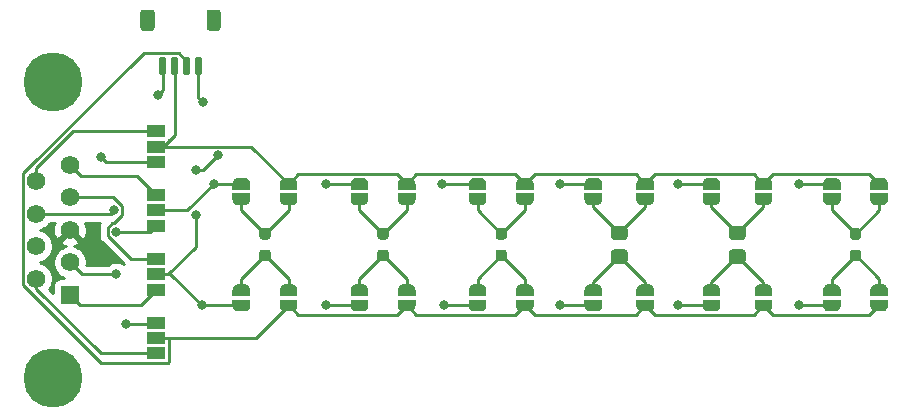
<source format=gbr>
%TF.GenerationSoftware,KiCad,Pcbnew,(5.1.10)-1*%
%TF.CreationDate,2022-05-16T12:08:25-06:00*%
%TF.ProjectId,Swapper01,53776170-7065-4723-9031-2e6b69636164,rev?*%
%TF.SameCoordinates,Original*%
%TF.FileFunction,Copper,L1,Top*%
%TF.FilePolarity,Positive*%
%FSLAX46Y46*%
G04 Gerber Fmt 4.6, Leading zero omitted, Abs format (unit mm)*
G04 Created by KiCad (PCBNEW (5.1.10)-1) date 2022-05-16 12:08:25*
%MOMM*%
%LPD*%
G01*
G04 APERTURE LIST*
%TA.AperFunction,SMDPad,CuDef*%
%ADD10R,1.500000X1.000000*%
%TD*%
%TA.AperFunction,SMDPad,CuDef*%
%ADD11C,0.100000*%
%TD*%
%TA.AperFunction,ComponentPad*%
%ADD12C,5.000000*%
%TD*%
%TA.AperFunction,ComponentPad*%
%ADD13C,1.575000*%
%TD*%
%TA.AperFunction,ComponentPad*%
%ADD14R,1.575000X1.575000*%
%TD*%
%TA.AperFunction,ViaPad*%
%ADD15C,0.800000*%
%TD*%
%TA.AperFunction,Conductor*%
%ADD16C,0.250000*%
%TD*%
%TA.AperFunction,Conductor*%
%ADD17C,0.254000*%
%TD*%
%TA.AperFunction,Conductor*%
%ADD18C,0.100000*%
%TD*%
G04 APERTURE END LIST*
%TO.P,J2,1*%
%TO.N,/I_in*%
%TA.AperFunction,SMDPad,CuDef*%
G36*
G01*
X10055000Y20850000D02*
X10055000Y19600000D01*
G75*
G02*
X9905000Y19450000I-150000J0D01*
G01*
X9605000Y19450000D01*
G75*
G02*
X9455000Y19600000I0J150000D01*
G01*
X9455000Y20850000D01*
G75*
G02*
X9605000Y21000000I150000J0D01*
G01*
X9905000Y21000000D01*
G75*
G02*
X10055000Y20850000I0J-150000D01*
G01*
G37*
%TD.AperFunction*%
%TO.P,J2,2*%
%TO.N,/V_in*%
%TA.AperFunction,SMDPad,CuDef*%
G36*
G01*
X9055000Y20850000D02*
X9055000Y19600000D01*
G75*
G02*
X8905000Y19450000I-150000J0D01*
G01*
X8605000Y19450000D01*
G75*
G02*
X8455000Y19600000I0J150000D01*
G01*
X8455000Y20850000D01*
G75*
G02*
X8605000Y21000000I150000J0D01*
G01*
X8905000Y21000000D01*
G75*
G02*
X9055000Y20850000I0J-150000D01*
G01*
G37*
%TD.AperFunction*%
%TO.P,J2,3*%
%TO.N,/V_out*%
%TA.AperFunction,SMDPad,CuDef*%
G36*
G01*
X8055000Y20850000D02*
X8055000Y19600000D01*
G75*
G02*
X7905000Y19450000I-150000J0D01*
G01*
X7605000Y19450000D01*
G75*
G02*
X7455000Y19600000I0J150000D01*
G01*
X7455000Y20850000D01*
G75*
G02*
X7605000Y21000000I150000J0D01*
G01*
X7905000Y21000000D01*
G75*
G02*
X8055000Y20850000I0J-150000D01*
G01*
G37*
%TD.AperFunction*%
%TO.P,J2,4*%
%TO.N,/I_out*%
%TA.AperFunction,SMDPad,CuDef*%
G36*
G01*
X7055000Y20850000D02*
X7055000Y19600000D01*
G75*
G02*
X6905000Y19450000I-150000J0D01*
G01*
X6605000Y19450000D01*
G75*
G02*
X6455000Y19600000I0J150000D01*
G01*
X6455000Y20850000D01*
G75*
G02*
X6605000Y21000000I150000J0D01*
G01*
X6905000Y21000000D01*
G75*
G02*
X7055000Y20850000I0J-150000D01*
G01*
G37*
%TD.AperFunction*%
%TO.P,J2,MP*%
%TO.N,N/C*%
%TA.AperFunction,SMDPad,CuDef*%
G36*
G01*
X11655000Y24750001D02*
X11655000Y23449999D01*
G75*
G02*
X11405001Y23200000I-249999J0D01*
G01*
X10704999Y23200000D01*
G75*
G02*
X10455000Y23449999I0J249999D01*
G01*
X10455000Y24750001D01*
G75*
G02*
X10704999Y25000000I249999J0D01*
G01*
X11405001Y25000000D01*
G75*
G02*
X11655000Y24750001I0J-249999D01*
G01*
G37*
%TD.AperFunction*%
%TA.AperFunction,SMDPad,CuDef*%
G36*
G01*
X6055000Y24750001D02*
X6055000Y23449999D01*
G75*
G02*
X5805001Y23200000I-249999J0D01*
G01*
X5104999Y23200000D01*
G75*
G02*
X4855000Y23449999I0J249999D01*
G01*
X4855000Y24750001D01*
G75*
G02*
X5104999Y25000000I249999J0D01*
G01*
X5805001Y25000000D01*
G75*
G02*
X6055000Y24750001I0J-249999D01*
G01*
G37*
%TD.AperFunction*%
%TD*%
D10*
%TO.P,JP25,1*%
%TO.N,/I+_2*%
X6200000Y3900000D03*
%TO.P,JP25,2*%
%TO.N,/I_in*%
X6200000Y2600000D03*
%TO.P,JP25,3*%
%TO.N,/I+*%
X6200000Y1300000D03*
%TD*%
%TO.P,JP28,1*%
%TO.N,/V-_2*%
X6200000Y14700000D03*
%TO.P,JP28,2*%
%TO.N,/V_out*%
X6200000Y13400000D03*
%TO.P,JP28,3*%
%TO.N,/V-*%
X6200000Y12100000D03*
%TD*%
%TO.P,JP27,1*%
%TO.N,/I-_2*%
X6200000Y9300000D03*
%TO.P,JP27,2*%
%TO.N,/I_out*%
X6200000Y8000000D03*
%TO.P,JP27,3*%
%TO.N,/I-*%
X6200000Y6700000D03*
%TD*%
%TO.P,JP26,1*%
%TO.N,/V+_2*%
X6200000Y-1500000D03*
%TO.P,JP26,2*%
%TO.N,/V_in*%
X6200000Y-2800000D03*
%TO.P,JP26,3*%
%TO.N,/V+*%
X6200000Y-4100000D03*
%TD*%
%TO.P,R6,2*%
%TO.N,Net-(JP23-Pad1)*%
%TA.AperFunction,SMDPad,CuDef*%
G36*
G01*
X65637500Y5525000D02*
X65162500Y5525000D01*
G75*
G02*
X64925000Y5762500I0J237500D01*
G01*
X64925000Y6262500D01*
G75*
G02*
X65162500Y6500000I237500J0D01*
G01*
X65637500Y6500000D01*
G75*
G02*
X65875000Y6262500I0J-237500D01*
G01*
X65875000Y5762500D01*
G75*
G02*
X65637500Y5525000I-237500J0D01*
G01*
G37*
%TD.AperFunction*%
%TO.P,R6,1*%
%TO.N,Net-(JP17-Pad2)*%
%TA.AperFunction,SMDPad,CuDef*%
G36*
G01*
X65637500Y3700000D02*
X65162500Y3700000D01*
G75*
G02*
X64925000Y3937500I0J237500D01*
G01*
X64925000Y4437500D01*
G75*
G02*
X65162500Y4675000I237500J0D01*
G01*
X65637500Y4675000D01*
G75*
G02*
X65875000Y4437500I0J-237500D01*
G01*
X65875000Y3937500D01*
G75*
G02*
X65637500Y3700000I-237500J0D01*
G01*
G37*
%TD.AperFunction*%
%TD*%
%TO.P,R3,2*%
%TO.N,Net-(JP11-Pad1)*%
%TA.AperFunction,SMDPad,CuDef*%
G36*
G01*
X35637500Y5525000D02*
X35162500Y5525000D01*
G75*
G02*
X34925000Y5762500I0J237500D01*
G01*
X34925000Y6262500D01*
G75*
G02*
X35162500Y6500000I237500J0D01*
G01*
X35637500Y6500000D01*
G75*
G02*
X35875000Y6262500I0J-237500D01*
G01*
X35875000Y5762500D01*
G75*
G02*
X35637500Y5525000I-237500J0D01*
G01*
G37*
%TD.AperFunction*%
%TO.P,R3,1*%
%TO.N,Net-(JP5-Pad2)*%
%TA.AperFunction,SMDPad,CuDef*%
G36*
G01*
X35637500Y3700000D02*
X35162500Y3700000D01*
G75*
G02*
X34925000Y3937500I0J237500D01*
G01*
X34925000Y4437500D01*
G75*
G02*
X35162500Y4675000I237500J0D01*
G01*
X35637500Y4675000D01*
G75*
G02*
X35875000Y4437500I0J-237500D01*
G01*
X35875000Y3937500D01*
G75*
G02*
X35637500Y3700000I-237500J0D01*
G01*
G37*
%TD.AperFunction*%
%TD*%
%TO.P,R5,2*%
%TO.N,Net-(JP21-Pad1)*%
%TA.AperFunction,SMDPad,CuDef*%
G36*
G01*
X55850001Y5500000D02*
X54949999Y5500000D01*
G75*
G02*
X54700000Y5749999I0J249999D01*
G01*
X54700000Y6450001D01*
G75*
G02*
X54949999Y6700000I249999J0D01*
G01*
X55850001Y6700000D01*
G75*
G02*
X56100000Y6450001I0J-249999D01*
G01*
X56100000Y5749999D01*
G75*
G02*
X55850001Y5500000I-249999J0D01*
G01*
G37*
%TD.AperFunction*%
%TO.P,R5,1*%
%TO.N,Net-(JP15-Pad2)*%
%TA.AperFunction,SMDPad,CuDef*%
G36*
G01*
X55850001Y3500000D02*
X54949999Y3500000D01*
G75*
G02*
X54700000Y3749999I0J249999D01*
G01*
X54700000Y4450001D01*
G75*
G02*
X54949999Y4700000I249999J0D01*
G01*
X55850001Y4700000D01*
G75*
G02*
X56100000Y4450001I0J-249999D01*
G01*
X56100000Y3749999D01*
G75*
G02*
X55850001Y3500000I-249999J0D01*
G01*
G37*
%TD.AperFunction*%
%TD*%
%TO.P,R2,2*%
%TO.N,Net-(JP10-Pad1)*%
%TA.AperFunction,SMDPad,CuDef*%
G36*
G01*
X25637500Y5525000D02*
X25162500Y5525000D01*
G75*
G02*
X24925000Y5762500I0J237500D01*
G01*
X24925000Y6262500D01*
G75*
G02*
X25162500Y6500000I237500J0D01*
G01*
X25637500Y6500000D01*
G75*
G02*
X25875000Y6262500I0J-237500D01*
G01*
X25875000Y5762500D01*
G75*
G02*
X25637500Y5525000I-237500J0D01*
G01*
G37*
%TD.AperFunction*%
%TO.P,R2,1*%
%TO.N,Net-(JP3-Pad2)*%
%TA.AperFunction,SMDPad,CuDef*%
G36*
G01*
X25637500Y3700000D02*
X25162500Y3700000D01*
G75*
G02*
X24925000Y3937500I0J237500D01*
G01*
X24925000Y4437500D01*
G75*
G02*
X25162500Y4675000I237500J0D01*
G01*
X25637500Y4675000D01*
G75*
G02*
X25875000Y4437500I0J-237500D01*
G01*
X25875000Y3937500D01*
G75*
G02*
X25637500Y3700000I-237500J0D01*
G01*
G37*
%TD.AperFunction*%
%TD*%
%TO.P,R4,2*%
%TO.N,Net-(JP19-Pad1)*%
%TA.AperFunction,SMDPad,CuDef*%
G36*
G01*
X45850001Y5500000D02*
X44949999Y5500000D01*
G75*
G02*
X44700000Y5749999I0J249999D01*
G01*
X44700000Y6450001D01*
G75*
G02*
X44949999Y6700000I249999J0D01*
G01*
X45850001Y6700000D01*
G75*
G02*
X46100000Y6450001I0J-249999D01*
G01*
X46100000Y5749999D01*
G75*
G02*
X45850001Y5500000I-249999J0D01*
G01*
G37*
%TD.AperFunction*%
%TO.P,R4,1*%
%TO.N,Net-(JP13-Pad2)*%
%TA.AperFunction,SMDPad,CuDef*%
G36*
G01*
X45850001Y3500000D02*
X44949999Y3500000D01*
G75*
G02*
X44700000Y3749999I0J249999D01*
G01*
X44700000Y4450001D01*
G75*
G02*
X44949999Y4700000I249999J0D01*
G01*
X45850001Y4700000D01*
G75*
G02*
X46100000Y4450001I0J-249999D01*
G01*
X46100000Y3749999D01*
G75*
G02*
X45850001Y3500000I-249999J0D01*
G01*
G37*
%TD.AperFunction*%
%TD*%
%TO.P,R1,2*%
%TO.N,Net-(JP7-Pad1)*%
%TA.AperFunction,SMDPad,CuDef*%
G36*
G01*
X15637500Y5525000D02*
X15162500Y5525000D01*
G75*
G02*
X14925000Y5762500I0J237500D01*
G01*
X14925000Y6262500D01*
G75*
G02*
X15162500Y6500000I237500J0D01*
G01*
X15637500Y6500000D01*
G75*
G02*
X15875000Y6262500I0J-237500D01*
G01*
X15875000Y5762500D01*
G75*
G02*
X15637500Y5525000I-237500J0D01*
G01*
G37*
%TD.AperFunction*%
%TO.P,R1,1*%
%TO.N,Net-(JP1-Pad2)*%
%TA.AperFunction,SMDPad,CuDef*%
G36*
G01*
X15637500Y3700000D02*
X15162500Y3700000D01*
G75*
G02*
X14925000Y3937500I0J237500D01*
G01*
X14925000Y4437500D01*
G75*
G02*
X15162500Y4675000I237500J0D01*
G01*
X15637500Y4675000D01*
G75*
G02*
X15875000Y4437500I0J-237500D01*
G01*
X15875000Y3937500D01*
G75*
G02*
X15637500Y3700000I-237500J0D01*
G01*
G37*
%TD.AperFunction*%
%TD*%
%TA.AperFunction,SMDPad,CuDef*%
D11*
%TO.P,JP24,2*%
%TO.N,/V_out*%
G36*
X66650602Y10250000D02*
G01*
X66650602Y10274534D01*
X66655412Y10323365D01*
X66664984Y10371490D01*
X66679228Y10418445D01*
X66698005Y10463778D01*
X66721136Y10507051D01*
X66748396Y10547850D01*
X66779524Y10585779D01*
X66814221Y10620476D01*
X66852150Y10651604D01*
X66892949Y10678864D01*
X66936222Y10701995D01*
X66981555Y10720772D01*
X67028510Y10735016D01*
X67076635Y10744588D01*
X67125466Y10749398D01*
X67150000Y10749398D01*
X67150000Y10750000D01*
X67650000Y10750000D01*
X67650000Y10749398D01*
X67674534Y10749398D01*
X67723365Y10744588D01*
X67771490Y10735016D01*
X67818445Y10720772D01*
X67863778Y10701995D01*
X67907051Y10678864D01*
X67947850Y10651604D01*
X67985779Y10620476D01*
X68020476Y10585779D01*
X68051604Y10547850D01*
X68078864Y10507051D01*
X68101995Y10463778D01*
X68120772Y10418445D01*
X68135016Y10371490D01*
X68144588Y10323365D01*
X68149398Y10274534D01*
X68149398Y10250000D01*
X68150000Y10250000D01*
X68150000Y9750000D01*
X66650000Y9750000D01*
X66650000Y10250000D01*
X66650602Y10250000D01*
G37*
%TD.AperFunction*%
%TA.AperFunction,SMDPad,CuDef*%
%TO.P,JP24,1*%
%TO.N,Net-(JP23-Pad1)*%
G36*
X68150000Y9450000D02*
G01*
X68150000Y8950000D01*
X68149398Y8950000D01*
X68149398Y8925466D01*
X68144588Y8876635D01*
X68135016Y8828510D01*
X68120772Y8781555D01*
X68101995Y8736222D01*
X68078864Y8692949D01*
X68051604Y8652150D01*
X68020476Y8614221D01*
X67985779Y8579524D01*
X67947850Y8548396D01*
X67907051Y8521136D01*
X67863778Y8498005D01*
X67818445Y8479228D01*
X67771490Y8464984D01*
X67723365Y8455412D01*
X67674534Y8450602D01*
X67650000Y8450602D01*
X67650000Y8450000D01*
X67150000Y8450000D01*
X67150000Y8450602D01*
X67125466Y8450602D01*
X67076635Y8455412D01*
X67028510Y8464984D01*
X66981555Y8479228D01*
X66936222Y8498005D01*
X66892949Y8521136D01*
X66852150Y8548396D01*
X66814221Y8579524D01*
X66779524Y8614221D01*
X66748396Y8652150D01*
X66721136Y8692949D01*
X66698005Y8736222D01*
X66679228Y8781555D01*
X66664984Y8828510D01*
X66655412Y8876635D01*
X66650602Y8925466D01*
X66650602Y8950000D01*
X66650000Y8950000D01*
X66650000Y9450000D01*
X68150000Y9450000D01*
G37*
%TD.AperFunction*%
%TD*%
%TA.AperFunction,SMDPad,CuDef*%
%TO.P,JP18,2*%
%TO.N,Net-(JP17-Pad2)*%
G36*
X66650602Y1250000D02*
G01*
X66650602Y1274534D01*
X66655412Y1323365D01*
X66664984Y1371490D01*
X66679228Y1418445D01*
X66698005Y1463778D01*
X66721136Y1507051D01*
X66748396Y1547850D01*
X66779524Y1585779D01*
X66814221Y1620476D01*
X66852150Y1651604D01*
X66892949Y1678864D01*
X66936222Y1701995D01*
X66981555Y1720772D01*
X67028510Y1735016D01*
X67076635Y1744588D01*
X67125466Y1749398D01*
X67150000Y1749398D01*
X67150000Y1750000D01*
X67650000Y1750000D01*
X67650000Y1749398D01*
X67674534Y1749398D01*
X67723365Y1744588D01*
X67771490Y1735016D01*
X67818445Y1720772D01*
X67863778Y1701995D01*
X67907051Y1678864D01*
X67947850Y1651604D01*
X67985779Y1620476D01*
X68020476Y1585779D01*
X68051604Y1547850D01*
X68078864Y1507051D01*
X68101995Y1463778D01*
X68120772Y1418445D01*
X68135016Y1371490D01*
X68144588Y1323365D01*
X68149398Y1274534D01*
X68149398Y1250000D01*
X68150000Y1250000D01*
X68150000Y750000D01*
X66650000Y750000D01*
X66650000Y1250000D01*
X66650602Y1250000D01*
G37*
%TD.AperFunction*%
%TA.AperFunction,SMDPad,CuDef*%
%TO.P,JP18,1*%
%TO.N,/V_in*%
G36*
X68150000Y450000D02*
G01*
X68150000Y-50000D01*
X68149398Y-50000D01*
X68149398Y-74534D01*
X68144588Y-123365D01*
X68135016Y-171490D01*
X68120772Y-218445D01*
X68101995Y-263778D01*
X68078864Y-307051D01*
X68051604Y-347850D01*
X68020476Y-385779D01*
X67985779Y-420476D01*
X67947850Y-451604D01*
X67907051Y-478864D01*
X67863778Y-501995D01*
X67818445Y-520772D01*
X67771490Y-535016D01*
X67723365Y-544588D01*
X67674534Y-549398D01*
X67650000Y-549398D01*
X67650000Y-550000D01*
X67150000Y-550000D01*
X67150000Y-549398D01*
X67125466Y-549398D01*
X67076635Y-544588D01*
X67028510Y-535016D01*
X66981555Y-520772D01*
X66936222Y-501995D01*
X66892949Y-478864D01*
X66852150Y-451604D01*
X66814221Y-420476D01*
X66779524Y-385779D01*
X66748396Y-347850D01*
X66721136Y-307051D01*
X66698005Y-263778D01*
X66679228Y-218445D01*
X66664984Y-171490D01*
X66655412Y-123365D01*
X66650602Y-74534D01*
X66650602Y-50000D01*
X66650000Y-50000D01*
X66650000Y450000D01*
X68150000Y450000D01*
G37*
%TD.AperFunction*%
%TD*%
%TA.AperFunction,SMDPad,CuDef*%
%TO.P,JP12,2*%
%TO.N,/V_out*%
G36*
X36650602Y10250000D02*
G01*
X36650602Y10274534D01*
X36655412Y10323365D01*
X36664984Y10371490D01*
X36679228Y10418445D01*
X36698005Y10463778D01*
X36721136Y10507051D01*
X36748396Y10547850D01*
X36779524Y10585779D01*
X36814221Y10620476D01*
X36852150Y10651604D01*
X36892949Y10678864D01*
X36936222Y10701995D01*
X36981555Y10720772D01*
X37028510Y10735016D01*
X37076635Y10744588D01*
X37125466Y10749398D01*
X37150000Y10749398D01*
X37150000Y10750000D01*
X37650000Y10750000D01*
X37650000Y10749398D01*
X37674534Y10749398D01*
X37723365Y10744588D01*
X37771490Y10735016D01*
X37818445Y10720772D01*
X37863778Y10701995D01*
X37907051Y10678864D01*
X37947850Y10651604D01*
X37985779Y10620476D01*
X38020476Y10585779D01*
X38051604Y10547850D01*
X38078864Y10507051D01*
X38101995Y10463778D01*
X38120772Y10418445D01*
X38135016Y10371490D01*
X38144588Y10323365D01*
X38149398Y10274534D01*
X38149398Y10250000D01*
X38150000Y10250000D01*
X38150000Y9750000D01*
X36650000Y9750000D01*
X36650000Y10250000D01*
X36650602Y10250000D01*
G37*
%TD.AperFunction*%
%TA.AperFunction,SMDPad,CuDef*%
%TO.P,JP12,1*%
%TO.N,Net-(JP11-Pad1)*%
G36*
X38150000Y9450000D02*
G01*
X38150000Y8950000D01*
X38149398Y8950000D01*
X38149398Y8925466D01*
X38144588Y8876635D01*
X38135016Y8828510D01*
X38120772Y8781555D01*
X38101995Y8736222D01*
X38078864Y8692949D01*
X38051604Y8652150D01*
X38020476Y8614221D01*
X37985779Y8579524D01*
X37947850Y8548396D01*
X37907051Y8521136D01*
X37863778Y8498005D01*
X37818445Y8479228D01*
X37771490Y8464984D01*
X37723365Y8455412D01*
X37674534Y8450602D01*
X37650000Y8450602D01*
X37650000Y8450000D01*
X37150000Y8450000D01*
X37150000Y8450602D01*
X37125466Y8450602D01*
X37076635Y8455412D01*
X37028510Y8464984D01*
X36981555Y8479228D01*
X36936222Y8498005D01*
X36892949Y8521136D01*
X36852150Y8548396D01*
X36814221Y8579524D01*
X36779524Y8614221D01*
X36748396Y8652150D01*
X36721136Y8692949D01*
X36698005Y8736222D01*
X36679228Y8781555D01*
X36664984Y8828510D01*
X36655412Y8876635D01*
X36650602Y8925466D01*
X36650602Y8950000D01*
X36650000Y8950000D01*
X36650000Y9450000D01*
X38150000Y9450000D01*
G37*
%TD.AperFunction*%
%TD*%
%TA.AperFunction,SMDPad,CuDef*%
%TO.P,JP6,2*%
%TO.N,Net-(JP5-Pad2)*%
G36*
X36650602Y1250000D02*
G01*
X36650602Y1274534D01*
X36655412Y1323365D01*
X36664984Y1371490D01*
X36679228Y1418445D01*
X36698005Y1463778D01*
X36721136Y1507051D01*
X36748396Y1547850D01*
X36779524Y1585779D01*
X36814221Y1620476D01*
X36852150Y1651604D01*
X36892949Y1678864D01*
X36936222Y1701995D01*
X36981555Y1720772D01*
X37028510Y1735016D01*
X37076635Y1744588D01*
X37125466Y1749398D01*
X37150000Y1749398D01*
X37150000Y1750000D01*
X37650000Y1750000D01*
X37650000Y1749398D01*
X37674534Y1749398D01*
X37723365Y1744588D01*
X37771490Y1735016D01*
X37818445Y1720772D01*
X37863778Y1701995D01*
X37907051Y1678864D01*
X37947850Y1651604D01*
X37985779Y1620476D01*
X38020476Y1585779D01*
X38051604Y1547850D01*
X38078864Y1507051D01*
X38101995Y1463778D01*
X38120772Y1418445D01*
X38135016Y1371490D01*
X38144588Y1323365D01*
X38149398Y1274534D01*
X38149398Y1250000D01*
X38150000Y1250000D01*
X38150000Y750000D01*
X36650000Y750000D01*
X36650000Y1250000D01*
X36650602Y1250000D01*
G37*
%TD.AperFunction*%
%TA.AperFunction,SMDPad,CuDef*%
%TO.P,JP6,1*%
%TO.N,/V_in*%
G36*
X38150000Y450000D02*
G01*
X38150000Y-50000D01*
X38149398Y-50000D01*
X38149398Y-74534D01*
X38144588Y-123365D01*
X38135016Y-171490D01*
X38120772Y-218445D01*
X38101995Y-263778D01*
X38078864Y-307051D01*
X38051604Y-347850D01*
X38020476Y-385779D01*
X37985779Y-420476D01*
X37947850Y-451604D01*
X37907051Y-478864D01*
X37863778Y-501995D01*
X37818445Y-520772D01*
X37771490Y-535016D01*
X37723365Y-544588D01*
X37674534Y-549398D01*
X37650000Y-549398D01*
X37650000Y-550000D01*
X37150000Y-550000D01*
X37150000Y-549398D01*
X37125466Y-549398D01*
X37076635Y-544588D01*
X37028510Y-535016D01*
X36981555Y-520772D01*
X36936222Y-501995D01*
X36892949Y-478864D01*
X36852150Y-451604D01*
X36814221Y-420476D01*
X36779524Y-385779D01*
X36748396Y-347850D01*
X36721136Y-307051D01*
X36698005Y-263778D01*
X36679228Y-218445D01*
X36664984Y-171490D01*
X36655412Y-123365D01*
X36650602Y-74534D01*
X36650602Y-50000D01*
X36650000Y-50000D01*
X36650000Y450000D01*
X38150000Y450000D01*
G37*
%TD.AperFunction*%
%TD*%
%TA.AperFunction,SMDPad,CuDef*%
%TO.P,JP23,2*%
%TO.N,/I_out*%
G36*
X62650602Y10250000D02*
G01*
X62650602Y10274534D01*
X62655412Y10323365D01*
X62664984Y10371490D01*
X62679228Y10418445D01*
X62698005Y10463778D01*
X62721136Y10507051D01*
X62748396Y10547850D01*
X62779524Y10585779D01*
X62814221Y10620476D01*
X62852150Y10651604D01*
X62892949Y10678864D01*
X62936222Y10701995D01*
X62981555Y10720772D01*
X63028510Y10735016D01*
X63076635Y10744588D01*
X63125466Y10749398D01*
X63150000Y10749398D01*
X63150000Y10750000D01*
X63650000Y10750000D01*
X63650000Y10749398D01*
X63674534Y10749398D01*
X63723365Y10744588D01*
X63771490Y10735016D01*
X63818445Y10720772D01*
X63863778Y10701995D01*
X63907051Y10678864D01*
X63947850Y10651604D01*
X63985779Y10620476D01*
X64020476Y10585779D01*
X64051604Y10547850D01*
X64078864Y10507051D01*
X64101995Y10463778D01*
X64120772Y10418445D01*
X64135016Y10371490D01*
X64144588Y10323365D01*
X64149398Y10274534D01*
X64149398Y10250000D01*
X64150000Y10250000D01*
X64150000Y9750000D01*
X62650000Y9750000D01*
X62650000Y10250000D01*
X62650602Y10250000D01*
G37*
%TD.AperFunction*%
%TA.AperFunction,SMDPad,CuDef*%
%TO.P,JP23,1*%
%TO.N,Net-(JP23-Pad1)*%
G36*
X64150000Y9450000D02*
G01*
X64150000Y8950000D01*
X64149398Y8950000D01*
X64149398Y8925466D01*
X64144588Y8876635D01*
X64135016Y8828510D01*
X64120772Y8781555D01*
X64101995Y8736222D01*
X64078864Y8692949D01*
X64051604Y8652150D01*
X64020476Y8614221D01*
X63985779Y8579524D01*
X63947850Y8548396D01*
X63907051Y8521136D01*
X63863778Y8498005D01*
X63818445Y8479228D01*
X63771490Y8464984D01*
X63723365Y8455412D01*
X63674534Y8450602D01*
X63650000Y8450602D01*
X63650000Y8450000D01*
X63150000Y8450000D01*
X63150000Y8450602D01*
X63125466Y8450602D01*
X63076635Y8455412D01*
X63028510Y8464984D01*
X62981555Y8479228D01*
X62936222Y8498005D01*
X62892949Y8521136D01*
X62852150Y8548396D01*
X62814221Y8579524D01*
X62779524Y8614221D01*
X62748396Y8652150D01*
X62721136Y8692949D01*
X62698005Y8736222D01*
X62679228Y8781555D01*
X62664984Y8828510D01*
X62655412Y8876635D01*
X62650602Y8925466D01*
X62650602Y8950000D01*
X62650000Y8950000D01*
X62650000Y9450000D01*
X64150000Y9450000D01*
G37*
%TD.AperFunction*%
%TD*%
%TA.AperFunction,SMDPad,CuDef*%
%TO.P,JP17,2*%
%TO.N,Net-(JP17-Pad2)*%
G36*
X62650602Y1250000D02*
G01*
X62650602Y1274534D01*
X62655412Y1323365D01*
X62664984Y1371490D01*
X62679228Y1418445D01*
X62698005Y1463778D01*
X62721136Y1507051D01*
X62748396Y1547850D01*
X62779524Y1585779D01*
X62814221Y1620476D01*
X62852150Y1651604D01*
X62892949Y1678864D01*
X62936222Y1701995D01*
X62981555Y1720772D01*
X63028510Y1735016D01*
X63076635Y1744588D01*
X63125466Y1749398D01*
X63150000Y1749398D01*
X63150000Y1750000D01*
X63650000Y1750000D01*
X63650000Y1749398D01*
X63674534Y1749398D01*
X63723365Y1744588D01*
X63771490Y1735016D01*
X63818445Y1720772D01*
X63863778Y1701995D01*
X63907051Y1678864D01*
X63947850Y1651604D01*
X63985779Y1620476D01*
X64020476Y1585779D01*
X64051604Y1547850D01*
X64078864Y1507051D01*
X64101995Y1463778D01*
X64120772Y1418445D01*
X64135016Y1371490D01*
X64144588Y1323365D01*
X64149398Y1274534D01*
X64149398Y1250000D01*
X64150000Y1250000D01*
X64150000Y750000D01*
X62650000Y750000D01*
X62650000Y1250000D01*
X62650602Y1250000D01*
G37*
%TD.AperFunction*%
%TA.AperFunction,SMDPad,CuDef*%
%TO.P,JP17,1*%
%TO.N,/I_in*%
G36*
X64150000Y450000D02*
G01*
X64150000Y-50000D01*
X64149398Y-50000D01*
X64149398Y-74534D01*
X64144588Y-123365D01*
X64135016Y-171490D01*
X64120772Y-218445D01*
X64101995Y-263778D01*
X64078864Y-307051D01*
X64051604Y-347850D01*
X64020476Y-385779D01*
X63985779Y-420476D01*
X63947850Y-451604D01*
X63907051Y-478864D01*
X63863778Y-501995D01*
X63818445Y-520772D01*
X63771490Y-535016D01*
X63723365Y-544588D01*
X63674534Y-549398D01*
X63650000Y-549398D01*
X63650000Y-550000D01*
X63150000Y-550000D01*
X63150000Y-549398D01*
X63125466Y-549398D01*
X63076635Y-544588D01*
X63028510Y-535016D01*
X62981555Y-520772D01*
X62936222Y-501995D01*
X62892949Y-478864D01*
X62852150Y-451604D01*
X62814221Y-420476D01*
X62779524Y-385779D01*
X62748396Y-347850D01*
X62721136Y-307051D01*
X62698005Y-263778D01*
X62679228Y-218445D01*
X62664984Y-171490D01*
X62655412Y-123365D01*
X62650602Y-74534D01*
X62650602Y-50000D01*
X62650000Y-50000D01*
X62650000Y450000D01*
X64150000Y450000D01*
G37*
%TD.AperFunction*%
%TD*%
%TA.AperFunction,SMDPad,CuDef*%
%TO.P,JP11,2*%
%TO.N,/I_out*%
G36*
X32650602Y10250000D02*
G01*
X32650602Y10274534D01*
X32655412Y10323365D01*
X32664984Y10371490D01*
X32679228Y10418445D01*
X32698005Y10463778D01*
X32721136Y10507051D01*
X32748396Y10547850D01*
X32779524Y10585779D01*
X32814221Y10620476D01*
X32852150Y10651604D01*
X32892949Y10678864D01*
X32936222Y10701995D01*
X32981555Y10720772D01*
X33028510Y10735016D01*
X33076635Y10744588D01*
X33125466Y10749398D01*
X33150000Y10749398D01*
X33150000Y10750000D01*
X33650000Y10750000D01*
X33650000Y10749398D01*
X33674534Y10749398D01*
X33723365Y10744588D01*
X33771490Y10735016D01*
X33818445Y10720772D01*
X33863778Y10701995D01*
X33907051Y10678864D01*
X33947850Y10651604D01*
X33985779Y10620476D01*
X34020476Y10585779D01*
X34051604Y10547850D01*
X34078864Y10507051D01*
X34101995Y10463778D01*
X34120772Y10418445D01*
X34135016Y10371490D01*
X34144588Y10323365D01*
X34149398Y10274534D01*
X34149398Y10250000D01*
X34150000Y10250000D01*
X34150000Y9750000D01*
X32650000Y9750000D01*
X32650000Y10250000D01*
X32650602Y10250000D01*
G37*
%TD.AperFunction*%
%TA.AperFunction,SMDPad,CuDef*%
%TO.P,JP11,1*%
%TO.N,Net-(JP11-Pad1)*%
G36*
X34150000Y9450000D02*
G01*
X34150000Y8950000D01*
X34149398Y8950000D01*
X34149398Y8925466D01*
X34144588Y8876635D01*
X34135016Y8828510D01*
X34120772Y8781555D01*
X34101995Y8736222D01*
X34078864Y8692949D01*
X34051604Y8652150D01*
X34020476Y8614221D01*
X33985779Y8579524D01*
X33947850Y8548396D01*
X33907051Y8521136D01*
X33863778Y8498005D01*
X33818445Y8479228D01*
X33771490Y8464984D01*
X33723365Y8455412D01*
X33674534Y8450602D01*
X33650000Y8450602D01*
X33650000Y8450000D01*
X33150000Y8450000D01*
X33150000Y8450602D01*
X33125466Y8450602D01*
X33076635Y8455412D01*
X33028510Y8464984D01*
X32981555Y8479228D01*
X32936222Y8498005D01*
X32892949Y8521136D01*
X32852150Y8548396D01*
X32814221Y8579524D01*
X32779524Y8614221D01*
X32748396Y8652150D01*
X32721136Y8692949D01*
X32698005Y8736222D01*
X32679228Y8781555D01*
X32664984Y8828510D01*
X32655412Y8876635D01*
X32650602Y8925466D01*
X32650602Y8950000D01*
X32650000Y8950000D01*
X32650000Y9450000D01*
X34150000Y9450000D01*
G37*
%TD.AperFunction*%
%TD*%
%TA.AperFunction,SMDPad,CuDef*%
%TO.P,JP5,2*%
%TO.N,Net-(JP5-Pad2)*%
G36*
X32650602Y1250000D02*
G01*
X32650602Y1274534D01*
X32655412Y1323365D01*
X32664984Y1371490D01*
X32679228Y1418445D01*
X32698005Y1463778D01*
X32721136Y1507051D01*
X32748396Y1547850D01*
X32779524Y1585779D01*
X32814221Y1620476D01*
X32852150Y1651604D01*
X32892949Y1678864D01*
X32936222Y1701995D01*
X32981555Y1720772D01*
X33028510Y1735016D01*
X33076635Y1744588D01*
X33125466Y1749398D01*
X33150000Y1749398D01*
X33150000Y1750000D01*
X33650000Y1750000D01*
X33650000Y1749398D01*
X33674534Y1749398D01*
X33723365Y1744588D01*
X33771490Y1735016D01*
X33818445Y1720772D01*
X33863778Y1701995D01*
X33907051Y1678864D01*
X33947850Y1651604D01*
X33985779Y1620476D01*
X34020476Y1585779D01*
X34051604Y1547850D01*
X34078864Y1507051D01*
X34101995Y1463778D01*
X34120772Y1418445D01*
X34135016Y1371490D01*
X34144588Y1323365D01*
X34149398Y1274534D01*
X34149398Y1250000D01*
X34150000Y1250000D01*
X34150000Y750000D01*
X32650000Y750000D01*
X32650000Y1250000D01*
X32650602Y1250000D01*
G37*
%TD.AperFunction*%
%TA.AperFunction,SMDPad,CuDef*%
%TO.P,JP5,1*%
%TO.N,/I_in*%
G36*
X34150000Y450000D02*
G01*
X34150000Y-50000D01*
X34149398Y-50000D01*
X34149398Y-74534D01*
X34144588Y-123365D01*
X34135016Y-171490D01*
X34120772Y-218445D01*
X34101995Y-263778D01*
X34078864Y-307051D01*
X34051604Y-347850D01*
X34020476Y-385779D01*
X33985779Y-420476D01*
X33947850Y-451604D01*
X33907051Y-478864D01*
X33863778Y-501995D01*
X33818445Y-520772D01*
X33771490Y-535016D01*
X33723365Y-544588D01*
X33674534Y-549398D01*
X33650000Y-549398D01*
X33650000Y-550000D01*
X33150000Y-550000D01*
X33150000Y-549398D01*
X33125466Y-549398D01*
X33076635Y-544588D01*
X33028510Y-535016D01*
X32981555Y-520772D01*
X32936222Y-501995D01*
X32892949Y-478864D01*
X32852150Y-451604D01*
X32814221Y-420476D01*
X32779524Y-385779D01*
X32748396Y-347850D01*
X32721136Y-307051D01*
X32698005Y-263778D01*
X32679228Y-218445D01*
X32664984Y-171490D01*
X32655412Y-123365D01*
X32650602Y-74534D01*
X32650602Y-50000D01*
X32650000Y-50000D01*
X32650000Y450000D01*
X34150000Y450000D01*
G37*
%TD.AperFunction*%
%TD*%
%TA.AperFunction,SMDPad,CuDef*%
%TO.P,JP22,2*%
%TO.N,/V_out*%
G36*
X56850602Y10250000D02*
G01*
X56850602Y10274534D01*
X56855412Y10323365D01*
X56864984Y10371490D01*
X56879228Y10418445D01*
X56898005Y10463778D01*
X56921136Y10507051D01*
X56948396Y10547850D01*
X56979524Y10585779D01*
X57014221Y10620476D01*
X57052150Y10651604D01*
X57092949Y10678864D01*
X57136222Y10701995D01*
X57181555Y10720772D01*
X57228510Y10735016D01*
X57276635Y10744588D01*
X57325466Y10749398D01*
X57350000Y10749398D01*
X57350000Y10750000D01*
X57850000Y10750000D01*
X57850000Y10749398D01*
X57874534Y10749398D01*
X57923365Y10744588D01*
X57971490Y10735016D01*
X58018445Y10720772D01*
X58063778Y10701995D01*
X58107051Y10678864D01*
X58147850Y10651604D01*
X58185779Y10620476D01*
X58220476Y10585779D01*
X58251604Y10547850D01*
X58278864Y10507051D01*
X58301995Y10463778D01*
X58320772Y10418445D01*
X58335016Y10371490D01*
X58344588Y10323365D01*
X58349398Y10274534D01*
X58349398Y10250000D01*
X58350000Y10250000D01*
X58350000Y9750000D01*
X56850000Y9750000D01*
X56850000Y10250000D01*
X56850602Y10250000D01*
G37*
%TD.AperFunction*%
%TA.AperFunction,SMDPad,CuDef*%
%TO.P,JP22,1*%
%TO.N,Net-(JP21-Pad1)*%
G36*
X58350000Y9450000D02*
G01*
X58350000Y8950000D01*
X58349398Y8950000D01*
X58349398Y8925466D01*
X58344588Y8876635D01*
X58335016Y8828510D01*
X58320772Y8781555D01*
X58301995Y8736222D01*
X58278864Y8692949D01*
X58251604Y8652150D01*
X58220476Y8614221D01*
X58185779Y8579524D01*
X58147850Y8548396D01*
X58107051Y8521136D01*
X58063778Y8498005D01*
X58018445Y8479228D01*
X57971490Y8464984D01*
X57923365Y8455412D01*
X57874534Y8450602D01*
X57850000Y8450602D01*
X57850000Y8450000D01*
X57350000Y8450000D01*
X57350000Y8450602D01*
X57325466Y8450602D01*
X57276635Y8455412D01*
X57228510Y8464984D01*
X57181555Y8479228D01*
X57136222Y8498005D01*
X57092949Y8521136D01*
X57052150Y8548396D01*
X57014221Y8579524D01*
X56979524Y8614221D01*
X56948396Y8652150D01*
X56921136Y8692949D01*
X56898005Y8736222D01*
X56879228Y8781555D01*
X56864984Y8828510D01*
X56855412Y8876635D01*
X56850602Y8925466D01*
X56850602Y8950000D01*
X56850000Y8950000D01*
X56850000Y9450000D01*
X58350000Y9450000D01*
G37*
%TD.AperFunction*%
%TD*%
%TA.AperFunction,SMDPad,CuDef*%
%TO.P,JP16,2*%
%TO.N,Net-(JP15-Pad2)*%
G36*
X56850602Y1250000D02*
G01*
X56850602Y1274534D01*
X56855412Y1323365D01*
X56864984Y1371490D01*
X56879228Y1418445D01*
X56898005Y1463778D01*
X56921136Y1507051D01*
X56948396Y1547850D01*
X56979524Y1585779D01*
X57014221Y1620476D01*
X57052150Y1651604D01*
X57092949Y1678864D01*
X57136222Y1701995D01*
X57181555Y1720772D01*
X57228510Y1735016D01*
X57276635Y1744588D01*
X57325466Y1749398D01*
X57350000Y1749398D01*
X57350000Y1750000D01*
X57850000Y1750000D01*
X57850000Y1749398D01*
X57874534Y1749398D01*
X57923365Y1744588D01*
X57971490Y1735016D01*
X58018445Y1720772D01*
X58063778Y1701995D01*
X58107051Y1678864D01*
X58147850Y1651604D01*
X58185779Y1620476D01*
X58220476Y1585779D01*
X58251604Y1547850D01*
X58278864Y1507051D01*
X58301995Y1463778D01*
X58320772Y1418445D01*
X58335016Y1371490D01*
X58344588Y1323365D01*
X58349398Y1274534D01*
X58349398Y1250000D01*
X58350000Y1250000D01*
X58350000Y750000D01*
X56850000Y750000D01*
X56850000Y1250000D01*
X56850602Y1250000D01*
G37*
%TD.AperFunction*%
%TA.AperFunction,SMDPad,CuDef*%
%TO.P,JP16,1*%
%TO.N,/V_in*%
G36*
X58350000Y450000D02*
G01*
X58350000Y-50000D01*
X58349398Y-50000D01*
X58349398Y-74534D01*
X58344588Y-123365D01*
X58335016Y-171490D01*
X58320772Y-218445D01*
X58301995Y-263778D01*
X58278864Y-307051D01*
X58251604Y-347850D01*
X58220476Y-385779D01*
X58185779Y-420476D01*
X58147850Y-451604D01*
X58107051Y-478864D01*
X58063778Y-501995D01*
X58018445Y-520772D01*
X57971490Y-535016D01*
X57923365Y-544588D01*
X57874534Y-549398D01*
X57850000Y-549398D01*
X57850000Y-550000D01*
X57350000Y-550000D01*
X57350000Y-549398D01*
X57325466Y-549398D01*
X57276635Y-544588D01*
X57228510Y-535016D01*
X57181555Y-520772D01*
X57136222Y-501995D01*
X57092949Y-478864D01*
X57052150Y-451604D01*
X57014221Y-420476D01*
X56979524Y-385779D01*
X56948396Y-347850D01*
X56921136Y-307051D01*
X56898005Y-263778D01*
X56879228Y-218445D01*
X56864984Y-171490D01*
X56855412Y-123365D01*
X56850602Y-74534D01*
X56850602Y-50000D01*
X56850000Y-50000D01*
X56850000Y450000D01*
X58350000Y450000D01*
G37*
%TD.AperFunction*%
%TD*%
%TA.AperFunction,SMDPad,CuDef*%
%TO.P,JP10,2*%
%TO.N,/V_out*%
G36*
X26650602Y10250000D02*
G01*
X26650602Y10274534D01*
X26655412Y10323365D01*
X26664984Y10371490D01*
X26679228Y10418445D01*
X26698005Y10463778D01*
X26721136Y10507051D01*
X26748396Y10547850D01*
X26779524Y10585779D01*
X26814221Y10620476D01*
X26852150Y10651604D01*
X26892949Y10678864D01*
X26936222Y10701995D01*
X26981555Y10720772D01*
X27028510Y10735016D01*
X27076635Y10744588D01*
X27125466Y10749398D01*
X27150000Y10749398D01*
X27150000Y10750000D01*
X27650000Y10750000D01*
X27650000Y10749398D01*
X27674534Y10749398D01*
X27723365Y10744588D01*
X27771490Y10735016D01*
X27818445Y10720772D01*
X27863778Y10701995D01*
X27907051Y10678864D01*
X27947850Y10651604D01*
X27985779Y10620476D01*
X28020476Y10585779D01*
X28051604Y10547850D01*
X28078864Y10507051D01*
X28101995Y10463778D01*
X28120772Y10418445D01*
X28135016Y10371490D01*
X28144588Y10323365D01*
X28149398Y10274534D01*
X28149398Y10250000D01*
X28150000Y10250000D01*
X28150000Y9750000D01*
X26650000Y9750000D01*
X26650000Y10250000D01*
X26650602Y10250000D01*
G37*
%TD.AperFunction*%
%TA.AperFunction,SMDPad,CuDef*%
%TO.P,JP10,1*%
%TO.N,Net-(JP10-Pad1)*%
G36*
X28150000Y9450000D02*
G01*
X28150000Y8950000D01*
X28149398Y8950000D01*
X28149398Y8925466D01*
X28144588Y8876635D01*
X28135016Y8828510D01*
X28120772Y8781555D01*
X28101995Y8736222D01*
X28078864Y8692949D01*
X28051604Y8652150D01*
X28020476Y8614221D01*
X27985779Y8579524D01*
X27947850Y8548396D01*
X27907051Y8521136D01*
X27863778Y8498005D01*
X27818445Y8479228D01*
X27771490Y8464984D01*
X27723365Y8455412D01*
X27674534Y8450602D01*
X27650000Y8450602D01*
X27650000Y8450000D01*
X27150000Y8450000D01*
X27150000Y8450602D01*
X27125466Y8450602D01*
X27076635Y8455412D01*
X27028510Y8464984D01*
X26981555Y8479228D01*
X26936222Y8498005D01*
X26892949Y8521136D01*
X26852150Y8548396D01*
X26814221Y8579524D01*
X26779524Y8614221D01*
X26748396Y8652150D01*
X26721136Y8692949D01*
X26698005Y8736222D01*
X26679228Y8781555D01*
X26664984Y8828510D01*
X26655412Y8876635D01*
X26650602Y8925466D01*
X26650602Y8950000D01*
X26650000Y8950000D01*
X26650000Y9450000D01*
X28150000Y9450000D01*
G37*
%TD.AperFunction*%
%TD*%
%TA.AperFunction,SMDPad,CuDef*%
%TO.P,JP4,2*%
%TO.N,Net-(JP3-Pad2)*%
G36*
X26650602Y1250000D02*
G01*
X26650602Y1274534D01*
X26655412Y1323365D01*
X26664984Y1371490D01*
X26679228Y1418445D01*
X26698005Y1463778D01*
X26721136Y1507051D01*
X26748396Y1547850D01*
X26779524Y1585779D01*
X26814221Y1620476D01*
X26852150Y1651604D01*
X26892949Y1678864D01*
X26936222Y1701995D01*
X26981555Y1720772D01*
X27028510Y1735016D01*
X27076635Y1744588D01*
X27125466Y1749398D01*
X27150000Y1749398D01*
X27150000Y1750000D01*
X27650000Y1750000D01*
X27650000Y1749398D01*
X27674534Y1749398D01*
X27723365Y1744588D01*
X27771490Y1735016D01*
X27818445Y1720772D01*
X27863778Y1701995D01*
X27907051Y1678864D01*
X27947850Y1651604D01*
X27985779Y1620476D01*
X28020476Y1585779D01*
X28051604Y1547850D01*
X28078864Y1507051D01*
X28101995Y1463778D01*
X28120772Y1418445D01*
X28135016Y1371490D01*
X28144588Y1323365D01*
X28149398Y1274534D01*
X28149398Y1250000D01*
X28150000Y1250000D01*
X28150000Y750000D01*
X26650000Y750000D01*
X26650000Y1250000D01*
X26650602Y1250000D01*
G37*
%TD.AperFunction*%
%TA.AperFunction,SMDPad,CuDef*%
%TO.P,JP4,1*%
%TO.N,/V_in*%
G36*
X28150000Y450000D02*
G01*
X28150000Y-50000D01*
X28149398Y-50000D01*
X28149398Y-74534D01*
X28144588Y-123365D01*
X28135016Y-171490D01*
X28120772Y-218445D01*
X28101995Y-263778D01*
X28078864Y-307051D01*
X28051604Y-347850D01*
X28020476Y-385779D01*
X27985779Y-420476D01*
X27947850Y-451604D01*
X27907051Y-478864D01*
X27863778Y-501995D01*
X27818445Y-520772D01*
X27771490Y-535016D01*
X27723365Y-544588D01*
X27674534Y-549398D01*
X27650000Y-549398D01*
X27650000Y-550000D01*
X27150000Y-550000D01*
X27150000Y-549398D01*
X27125466Y-549398D01*
X27076635Y-544588D01*
X27028510Y-535016D01*
X26981555Y-520772D01*
X26936222Y-501995D01*
X26892949Y-478864D01*
X26852150Y-451604D01*
X26814221Y-420476D01*
X26779524Y-385779D01*
X26748396Y-347850D01*
X26721136Y-307051D01*
X26698005Y-263778D01*
X26679228Y-218445D01*
X26664984Y-171490D01*
X26655412Y-123365D01*
X26650602Y-74534D01*
X26650602Y-50000D01*
X26650000Y-50000D01*
X26650000Y450000D01*
X28150000Y450000D01*
G37*
%TD.AperFunction*%
%TD*%
%TA.AperFunction,SMDPad,CuDef*%
%TO.P,JP21,2*%
%TO.N,/I_out*%
G36*
X52450602Y10250000D02*
G01*
X52450602Y10274534D01*
X52455412Y10323365D01*
X52464984Y10371490D01*
X52479228Y10418445D01*
X52498005Y10463778D01*
X52521136Y10507051D01*
X52548396Y10547850D01*
X52579524Y10585779D01*
X52614221Y10620476D01*
X52652150Y10651604D01*
X52692949Y10678864D01*
X52736222Y10701995D01*
X52781555Y10720772D01*
X52828510Y10735016D01*
X52876635Y10744588D01*
X52925466Y10749398D01*
X52950000Y10749398D01*
X52950000Y10750000D01*
X53450000Y10750000D01*
X53450000Y10749398D01*
X53474534Y10749398D01*
X53523365Y10744588D01*
X53571490Y10735016D01*
X53618445Y10720772D01*
X53663778Y10701995D01*
X53707051Y10678864D01*
X53747850Y10651604D01*
X53785779Y10620476D01*
X53820476Y10585779D01*
X53851604Y10547850D01*
X53878864Y10507051D01*
X53901995Y10463778D01*
X53920772Y10418445D01*
X53935016Y10371490D01*
X53944588Y10323365D01*
X53949398Y10274534D01*
X53949398Y10250000D01*
X53950000Y10250000D01*
X53950000Y9750000D01*
X52450000Y9750000D01*
X52450000Y10250000D01*
X52450602Y10250000D01*
G37*
%TD.AperFunction*%
%TA.AperFunction,SMDPad,CuDef*%
%TO.P,JP21,1*%
%TO.N,Net-(JP21-Pad1)*%
G36*
X53950000Y9450000D02*
G01*
X53950000Y8950000D01*
X53949398Y8950000D01*
X53949398Y8925466D01*
X53944588Y8876635D01*
X53935016Y8828510D01*
X53920772Y8781555D01*
X53901995Y8736222D01*
X53878864Y8692949D01*
X53851604Y8652150D01*
X53820476Y8614221D01*
X53785779Y8579524D01*
X53747850Y8548396D01*
X53707051Y8521136D01*
X53663778Y8498005D01*
X53618445Y8479228D01*
X53571490Y8464984D01*
X53523365Y8455412D01*
X53474534Y8450602D01*
X53450000Y8450602D01*
X53450000Y8450000D01*
X52950000Y8450000D01*
X52950000Y8450602D01*
X52925466Y8450602D01*
X52876635Y8455412D01*
X52828510Y8464984D01*
X52781555Y8479228D01*
X52736222Y8498005D01*
X52692949Y8521136D01*
X52652150Y8548396D01*
X52614221Y8579524D01*
X52579524Y8614221D01*
X52548396Y8652150D01*
X52521136Y8692949D01*
X52498005Y8736222D01*
X52479228Y8781555D01*
X52464984Y8828510D01*
X52455412Y8876635D01*
X52450602Y8925466D01*
X52450602Y8950000D01*
X52450000Y8950000D01*
X52450000Y9450000D01*
X53950000Y9450000D01*
G37*
%TD.AperFunction*%
%TD*%
%TA.AperFunction,SMDPad,CuDef*%
%TO.P,JP15,2*%
%TO.N,Net-(JP15-Pad2)*%
G36*
X52450602Y1250000D02*
G01*
X52450602Y1274534D01*
X52455412Y1323365D01*
X52464984Y1371490D01*
X52479228Y1418445D01*
X52498005Y1463778D01*
X52521136Y1507051D01*
X52548396Y1547850D01*
X52579524Y1585779D01*
X52614221Y1620476D01*
X52652150Y1651604D01*
X52692949Y1678864D01*
X52736222Y1701995D01*
X52781555Y1720772D01*
X52828510Y1735016D01*
X52876635Y1744588D01*
X52925466Y1749398D01*
X52950000Y1749398D01*
X52950000Y1750000D01*
X53450000Y1750000D01*
X53450000Y1749398D01*
X53474534Y1749398D01*
X53523365Y1744588D01*
X53571490Y1735016D01*
X53618445Y1720772D01*
X53663778Y1701995D01*
X53707051Y1678864D01*
X53747850Y1651604D01*
X53785779Y1620476D01*
X53820476Y1585779D01*
X53851604Y1547850D01*
X53878864Y1507051D01*
X53901995Y1463778D01*
X53920772Y1418445D01*
X53935016Y1371490D01*
X53944588Y1323365D01*
X53949398Y1274534D01*
X53949398Y1250000D01*
X53950000Y1250000D01*
X53950000Y750000D01*
X52450000Y750000D01*
X52450000Y1250000D01*
X52450602Y1250000D01*
G37*
%TD.AperFunction*%
%TA.AperFunction,SMDPad,CuDef*%
%TO.P,JP15,1*%
%TO.N,/I_in*%
G36*
X53950000Y450000D02*
G01*
X53950000Y-50000D01*
X53949398Y-50000D01*
X53949398Y-74534D01*
X53944588Y-123365D01*
X53935016Y-171490D01*
X53920772Y-218445D01*
X53901995Y-263778D01*
X53878864Y-307051D01*
X53851604Y-347850D01*
X53820476Y-385779D01*
X53785779Y-420476D01*
X53747850Y-451604D01*
X53707051Y-478864D01*
X53663778Y-501995D01*
X53618445Y-520772D01*
X53571490Y-535016D01*
X53523365Y-544588D01*
X53474534Y-549398D01*
X53450000Y-549398D01*
X53450000Y-550000D01*
X52950000Y-550000D01*
X52950000Y-549398D01*
X52925466Y-549398D01*
X52876635Y-544588D01*
X52828510Y-535016D01*
X52781555Y-520772D01*
X52736222Y-501995D01*
X52692949Y-478864D01*
X52652150Y-451604D01*
X52614221Y-420476D01*
X52579524Y-385779D01*
X52548396Y-347850D01*
X52521136Y-307051D01*
X52498005Y-263778D01*
X52479228Y-218445D01*
X52464984Y-171490D01*
X52455412Y-123365D01*
X52450602Y-74534D01*
X52450602Y-50000D01*
X52450000Y-50000D01*
X52450000Y450000D01*
X53950000Y450000D01*
G37*
%TD.AperFunction*%
%TD*%
%TA.AperFunction,SMDPad,CuDef*%
%TO.P,JP9,2*%
%TO.N,/I_out*%
G36*
X22650602Y10250000D02*
G01*
X22650602Y10274534D01*
X22655412Y10323365D01*
X22664984Y10371490D01*
X22679228Y10418445D01*
X22698005Y10463778D01*
X22721136Y10507051D01*
X22748396Y10547850D01*
X22779524Y10585779D01*
X22814221Y10620476D01*
X22852150Y10651604D01*
X22892949Y10678864D01*
X22936222Y10701995D01*
X22981555Y10720772D01*
X23028510Y10735016D01*
X23076635Y10744588D01*
X23125466Y10749398D01*
X23150000Y10749398D01*
X23150000Y10750000D01*
X23650000Y10750000D01*
X23650000Y10749398D01*
X23674534Y10749398D01*
X23723365Y10744588D01*
X23771490Y10735016D01*
X23818445Y10720772D01*
X23863778Y10701995D01*
X23907051Y10678864D01*
X23947850Y10651604D01*
X23985779Y10620476D01*
X24020476Y10585779D01*
X24051604Y10547850D01*
X24078864Y10507051D01*
X24101995Y10463778D01*
X24120772Y10418445D01*
X24135016Y10371490D01*
X24144588Y10323365D01*
X24149398Y10274534D01*
X24149398Y10250000D01*
X24150000Y10250000D01*
X24150000Y9750000D01*
X22650000Y9750000D01*
X22650000Y10250000D01*
X22650602Y10250000D01*
G37*
%TD.AperFunction*%
%TA.AperFunction,SMDPad,CuDef*%
%TO.P,JP9,1*%
%TO.N,Net-(JP10-Pad1)*%
G36*
X24150000Y9450000D02*
G01*
X24150000Y8950000D01*
X24149398Y8950000D01*
X24149398Y8925466D01*
X24144588Y8876635D01*
X24135016Y8828510D01*
X24120772Y8781555D01*
X24101995Y8736222D01*
X24078864Y8692949D01*
X24051604Y8652150D01*
X24020476Y8614221D01*
X23985779Y8579524D01*
X23947850Y8548396D01*
X23907051Y8521136D01*
X23863778Y8498005D01*
X23818445Y8479228D01*
X23771490Y8464984D01*
X23723365Y8455412D01*
X23674534Y8450602D01*
X23650000Y8450602D01*
X23650000Y8450000D01*
X23150000Y8450000D01*
X23150000Y8450602D01*
X23125466Y8450602D01*
X23076635Y8455412D01*
X23028510Y8464984D01*
X22981555Y8479228D01*
X22936222Y8498005D01*
X22892949Y8521136D01*
X22852150Y8548396D01*
X22814221Y8579524D01*
X22779524Y8614221D01*
X22748396Y8652150D01*
X22721136Y8692949D01*
X22698005Y8736222D01*
X22679228Y8781555D01*
X22664984Y8828510D01*
X22655412Y8876635D01*
X22650602Y8925466D01*
X22650602Y8950000D01*
X22650000Y8950000D01*
X22650000Y9450000D01*
X24150000Y9450000D01*
G37*
%TD.AperFunction*%
%TD*%
%TA.AperFunction,SMDPad,CuDef*%
%TO.P,JP3,2*%
%TO.N,Net-(JP3-Pad2)*%
G36*
X22650602Y1250000D02*
G01*
X22650602Y1274534D01*
X22655412Y1323365D01*
X22664984Y1371490D01*
X22679228Y1418445D01*
X22698005Y1463778D01*
X22721136Y1507051D01*
X22748396Y1547850D01*
X22779524Y1585779D01*
X22814221Y1620476D01*
X22852150Y1651604D01*
X22892949Y1678864D01*
X22936222Y1701995D01*
X22981555Y1720772D01*
X23028510Y1735016D01*
X23076635Y1744588D01*
X23125466Y1749398D01*
X23150000Y1749398D01*
X23150000Y1750000D01*
X23650000Y1750000D01*
X23650000Y1749398D01*
X23674534Y1749398D01*
X23723365Y1744588D01*
X23771490Y1735016D01*
X23818445Y1720772D01*
X23863778Y1701995D01*
X23907051Y1678864D01*
X23947850Y1651604D01*
X23985779Y1620476D01*
X24020476Y1585779D01*
X24051604Y1547850D01*
X24078864Y1507051D01*
X24101995Y1463778D01*
X24120772Y1418445D01*
X24135016Y1371490D01*
X24144588Y1323365D01*
X24149398Y1274534D01*
X24149398Y1250000D01*
X24150000Y1250000D01*
X24150000Y750000D01*
X22650000Y750000D01*
X22650000Y1250000D01*
X22650602Y1250000D01*
G37*
%TD.AperFunction*%
%TA.AperFunction,SMDPad,CuDef*%
%TO.P,JP3,1*%
%TO.N,/I_in*%
G36*
X24150000Y450000D02*
G01*
X24150000Y-50000D01*
X24149398Y-50000D01*
X24149398Y-74534D01*
X24144588Y-123365D01*
X24135016Y-171490D01*
X24120772Y-218445D01*
X24101995Y-263778D01*
X24078864Y-307051D01*
X24051604Y-347850D01*
X24020476Y-385779D01*
X23985779Y-420476D01*
X23947850Y-451604D01*
X23907051Y-478864D01*
X23863778Y-501995D01*
X23818445Y-520772D01*
X23771490Y-535016D01*
X23723365Y-544588D01*
X23674534Y-549398D01*
X23650000Y-549398D01*
X23650000Y-550000D01*
X23150000Y-550000D01*
X23150000Y-549398D01*
X23125466Y-549398D01*
X23076635Y-544588D01*
X23028510Y-535016D01*
X22981555Y-520772D01*
X22936222Y-501995D01*
X22892949Y-478864D01*
X22852150Y-451604D01*
X22814221Y-420476D01*
X22779524Y-385779D01*
X22748396Y-347850D01*
X22721136Y-307051D01*
X22698005Y-263778D01*
X22679228Y-218445D01*
X22664984Y-171490D01*
X22655412Y-123365D01*
X22650602Y-74534D01*
X22650602Y-50000D01*
X22650000Y-50000D01*
X22650000Y450000D01*
X24150000Y450000D01*
G37*
%TD.AperFunction*%
%TD*%
%TA.AperFunction,SMDPad,CuDef*%
%TO.P,JP20,2*%
%TO.N,/V_out*%
G36*
X46850602Y10250000D02*
G01*
X46850602Y10274534D01*
X46855412Y10323365D01*
X46864984Y10371490D01*
X46879228Y10418445D01*
X46898005Y10463778D01*
X46921136Y10507051D01*
X46948396Y10547850D01*
X46979524Y10585779D01*
X47014221Y10620476D01*
X47052150Y10651604D01*
X47092949Y10678864D01*
X47136222Y10701995D01*
X47181555Y10720772D01*
X47228510Y10735016D01*
X47276635Y10744588D01*
X47325466Y10749398D01*
X47350000Y10749398D01*
X47350000Y10750000D01*
X47850000Y10750000D01*
X47850000Y10749398D01*
X47874534Y10749398D01*
X47923365Y10744588D01*
X47971490Y10735016D01*
X48018445Y10720772D01*
X48063778Y10701995D01*
X48107051Y10678864D01*
X48147850Y10651604D01*
X48185779Y10620476D01*
X48220476Y10585779D01*
X48251604Y10547850D01*
X48278864Y10507051D01*
X48301995Y10463778D01*
X48320772Y10418445D01*
X48335016Y10371490D01*
X48344588Y10323365D01*
X48349398Y10274534D01*
X48349398Y10250000D01*
X48350000Y10250000D01*
X48350000Y9750000D01*
X46850000Y9750000D01*
X46850000Y10250000D01*
X46850602Y10250000D01*
G37*
%TD.AperFunction*%
%TA.AperFunction,SMDPad,CuDef*%
%TO.P,JP20,1*%
%TO.N,Net-(JP19-Pad1)*%
G36*
X48350000Y9450000D02*
G01*
X48350000Y8950000D01*
X48349398Y8950000D01*
X48349398Y8925466D01*
X48344588Y8876635D01*
X48335016Y8828510D01*
X48320772Y8781555D01*
X48301995Y8736222D01*
X48278864Y8692949D01*
X48251604Y8652150D01*
X48220476Y8614221D01*
X48185779Y8579524D01*
X48147850Y8548396D01*
X48107051Y8521136D01*
X48063778Y8498005D01*
X48018445Y8479228D01*
X47971490Y8464984D01*
X47923365Y8455412D01*
X47874534Y8450602D01*
X47850000Y8450602D01*
X47850000Y8450000D01*
X47350000Y8450000D01*
X47350000Y8450602D01*
X47325466Y8450602D01*
X47276635Y8455412D01*
X47228510Y8464984D01*
X47181555Y8479228D01*
X47136222Y8498005D01*
X47092949Y8521136D01*
X47052150Y8548396D01*
X47014221Y8579524D01*
X46979524Y8614221D01*
X46948396Y8652150D01*
X46921136Y8692949D01*
X46898005Y8736222D01*
X46879228Y8781555D01*
X46864984Y8828510D01*
X46855412Y8876635D01*
X46850602Y8925466D01*
X46850602Y8950000D01*
X46850000Y8950000D01*
X46850000Y9450000D01*
X48350000Y9450000D01*
G37*
%TD.AperFunction*%
%TD*%
%TA.AperFunction,SMDPad,CuDef*%
%TO.P,JP14,2*%
%TO.N,Net-(JP13-Pad2)*%
G36*
X46850602Y1250000D02*
G01*
X46850602Y1274534D01*
X46855412Y1323365D01*
X46864984Y1371490D01*
X46879228Y1418445D01*
X46898005Y1463778D01*
X46921136Y1507051D01*
X46948396Y1547850D01*
X46979524Y1585779D01*
X47014221Y1620476D01*
X47052150Y1651604D01*
X47092949Y1678864D01*
X47136222Y1701995D01*
X47181555Y1720772D01*
X47228510Y1735016D01*
X47276635Y1744588D01*
X47325466Y1749398D01*
X47350000Y1749398D01*
X47350000Y1750000D01*
X47850000Y1750000D01*
X47850000Y1749398D01*
X47874534Y1749398D01*
X47923365Y1744588D01*
X47971490Y1735016D01*
X48018445Y1720772D01*
X48063778Y1701995D01*
X48107051Y1678864D01*
X48147850Y1651604D01*
X48185779Y1620476D01*
X48220476Y1585779D01*
X48251604Y1547850D01*
X48278864Y1507051D01*
X48301995Y1463778D01*
X48320772Y1418445D01*
X48335016Y1371490D01*
X48344588Y1323365D01*
X48349398Y1274534D01*
X48349398Y1250000D01*
X48350000Y1250000D01*
X48350000Y750000D01*
X46850000Y750000D01*
X46850000Y1250000D01*
X46850602Y1250000D01*
G37*
%TD.AperFunction*%
%TA.AperFunction,SMDPad,CuDef*%
%TO.P,JP14,1*%
%TO.N,/V_in*%
G36*
X48350000Y450000D02*
G01*
X48350000Y-50000D01*
X48349398Y-50000D01*
X48349398Y-74534D01*
X48344588Y-123365D01*
X48335016Y-171490D01*
X48320772Y-218445D01*
X48301995Y-263778D01*
X48278864Y-307051D01*
X48251604Y-347850D01*
X48220476Y-385779D01*
X48185779Y-420476D01*
X48147850Y-451604D01*
X48107051Y-478864D01*
X48063778Y-501995D01*
X48018445Y-520772D01*
X47971490Y-535016D01*
X47923365Y-544588D01*
X47874534Y-549398D01*
X47850000Y-549398D01*
X47850000Y-550000D01*
X47350000Y-550000D01*
X47350000Y-549398D01*
X47325466Y-549398D01*
X47276635Y-544588D01*
X47228510Y-535016D01*
X47181555Y-520772D01*
X47136222Y-501995D01*
X47092949Y-478864D01*
X47052150Y-451604D01*
X47014221Y-420476D01*
X46979524Y-385779D01*
X46948396Y-347850D01*
X46921136Y-307051D01*
X46898005Y-263778D01*
X46879228Y-218445D01*
X46864984Y-171490D01*
X46855412Y-123365D01*
X46850602Y-74534D01*
X46850602Y-50000D01*
X46850000Y-50000D01*
X46850000Y450000D01*
X48350000Y450000D01*
G37*
%TD.AperFunction*%
%TD*%
%TA.AperFunction,SMDPad,CuDef*%
%TO.P,JP8,2*%
%TO.N,/V_out*%
G36*
X16650602Y10250000D02*
G01*
X16650602Y10274534D01*
X16655412Y10323365D01*
X16664984Y10371490D01*
X16679228Y10418445D01*
X16698005Y10463778D01*
X16721136Y10507051D01*
X16748396Y10547850D01*
X16779524Y10585779D01*
X16814221Y10620476D01*
X16852150Y10651604D01*
X16892949Y10678864D01*
X16936222Y10701995D01*
X16981555Y10720772D01*
X17028510Y10735016D01*
X17076635Y10744588D01*
X17125466Y10749398D01*
X17150000Y10749398D01*
X17150000Y10750000D01*
X17650000Y10750000D01*
X17650000Y10749398D01*
X17674534Y10749398D01*
X17723365Y10744588D01*
X17771490Y10735016D01*
X17818445Y10720772D01*
X17863778Y10701995D01*
X17907051Y10678864D01*
X17947850Y10651604D01*
X17985779Y10620476D01*
X18020476Y10585779D01*
X18051604Y10547850D01*
X18078864Y10507051D01*
X18101995Y10463778D01*
X18120772Y10418445D01*
X18135016Y10371490D01*
X18144588Y10323365D01*
X18149398Y10274534D01*
X18149398Y10250000D01*
X18150000Y10250000D01*
X18150000Y9750000D01*
X16650000Y9750000D01*
X16650000Y10250000D01*
X16650602Y10250000D01*
G37*
%TD.AperFunction*%
%TA.AperFunction,SMDPad,CuDef*%
%TO.P,JP8,1*%
%TO.N,Net-(JP7-Pad1)*%
G36*
X18150000Y9450000D02*
G01*
X18150000Y8950000D01*
X18149398Y8950000D01*
X18149398Y8925466D01*
X18144588Y8876635D01*
X18135016Y8828510D01*
X18120772Y8781555D01*
X18101995Y8736222D01*
X18078864Y8692949D01*
X18051604Y8652150D01*
X18020476Y8614221D01*
X17985779Y8579524D01*
X17947850Y8548396D01*
X17907051Y8521136D01*
X17863778Y8498005D01*
X17818445Y8479228D01*
X17771490Y8464984D01*
X17723365Y8455412D01*
X17674534Y8450602D01*
X17650000Y8450602D01*
X17650000Y8450000D01*
X17150000Y8450000D01*
X17150000Y8450602D01*
X17125466Y8450602D01*
X17076635Y8455412D01*
X17028510Y8464984D01*
X16981555Y8479228D01*
X16936222Y8498005D01*
X16892949Y8521136D01*
X16852150Y8548396D01*
X16814221Y8579524D01*
X16779524Y8614221D01*
X16748396Y8652150D01*
X16721136Y8692949D01*
X16698005Y8736222D01*
X16679228Y8781555D01*
X16664984Y8828510D01*
X16655412Y8876635D01*
X16650602Y8925466D01*
X16650602Y8950000D01*
X16650000Y8950000D01*
X16650000Y9450000D01*
X18150000Y9450000D01*
G37*
%TD.AperFunction*%
%TD*%
%TA.AperFunction,SMDPad,CuDef*%
%TO.P,JP2,2*%
%TO.N,Net-(JP1-Pad2)*%
G36*
X16650602Y1250000D02*
G01*
X16650602Y1274534D01*
X16655412Y1323365D01*
X16664984Y1371490D01*
X16679228Y1418445D01*
X16698005Y1463778D01*
X16721136Y1507051D01*
X16748396Y1547850D01*
X16779524Y1585779D01*
X16814221Y1620476D01*
X16852150Y1651604D01*
X16892949Y1678864D01*
X16936222Y1701995D01*
X16981555Y1720772D01*
X17028510Y1735016D01*
X17076635Y1744588D01*
X17125466Y1749398D01*
X17150000Y1749398D01*
X17150000Y1750000D01*
X17650000Y1750000D01*
X17650000Y1749398D01*
X17674534Y1749398D01*
X17723365Y1744588D01*
X17771490Y1735016D01*
X17818445Y1720772D01*
X17863778Y1701995D01*
X17907051Y1678864D01*
X17947850Y1651604D01*
X17985779Y1620476D01*
X18020476Y1585779D01*
X18051604Y1547850D01*
X18078864Y1507051D01*
X18101995Y1463778D01*
X18120772Y1418445D01*
X18135016Y1371490D01*
X18144588Y1323365D01*
X18149398Y1274534D01*
X18149398Y1250000D01*
X18150000Y1250000D01*
X18150000Y750000D01*
X16650000Y750000D01*
X16650000Y1250000D01*
X16650602Y1250000D01*
G37*
%TD.AperFunction*%
%TA.AperFunction,SMDPad,CuDef*%
%TO.P,JP2,1*%
%TO.N,/V_in*%
G36*
X18150000Y450000D02*
G01*
X18150000Y-50000D01*
X18149398Y-50000D01*
X18149398Y-74534D01*
X18144588Y-123365D01*
X18135016Y-171490D01*
X18120772Y-218445D01*
X18101995Y-263778D01*
X18078864Y-307051D01*
X18051604Y-347850D01*
X18020476Y-385779D01*
X17985779Y-420476D01*
X17947850Y-451604D01*
X17907051Y-478864D01*
X17863778Y-501995D01*
X17818445Y-520772D01*
X17771490Y-535016D01*
X17723365Y-544588D01*
X17674534Y-549398D01*
X17650000Y-549398D01*
X17650000Y-550000D01*
X17150000Y-550000D01*
X17150000Y-549398D01*
X17125466Y-549398D01*
X17076635Y-544588D01*
X17028510Y-535016D01*
X16981555Y-520772D01*
X16936222Y-501995D01*
X16892949Y-478864D01*
X16852150Y-451604D01*
X16814221Y-420476D01*
X16779524Y-385779D01*
X16748396Y-347850D01*
X16721136Y-307051D01*
X16698005Y-263778D01*
X16679228Y-218445D01*
X16664984Y-171490D01*
X16655412Y-123365D01*
X16650602Y-74534D01*
X16650602Y-50000D01*
X16650000Y-50000D01*
X16650000Y450000D01*
X18150000Y450000D01*
G37*
%TD.AperFunction*%
%TD*%
%TA.AperFunction,SMDPad,CuDef*%
%TO.P,JP19,2*%
%TO.N,/I_out*%
G36*
X42450602Y10250000D02*
G01*
X42450602Y10274534D01*
X42455412Y10323365D01*
X42464984Y10371490D01*
X42479228Y10418445D01*
X42498005Y10463778D01*
X42521136Y10507051D01*
X42548396Y10547850D01*
X42579524Y10585779D01*
X42614221Y10620476D01*
X42652150Y10651604D01*
X42692949Y10678864D01*
X42736222Y10701995D01*
X42781555Y10720772D01*
X42828510Y10735016D01*
X42876635Y10744588D01*
X42925466Y10749398D01*
X42950000Y10749398D01*
X42950000Y10750000D01*
X43450000Y10750000D01*
X43450000Y10749398D01*
X43474534Y10749398D01*
X43523365Y10744588D01*
X43571490Y10735016D01*
X43618445Y10720772D01*
X43663778Y10701995D01*
X43707051Y10678864D01*
X43747850Y10651604D01*
X43785779Y10620476D01*
X43820476Y10585779D01*
X43851604Y10547850D01*
X43878864Y10507051D01*
X43901995Y10463778D01*
X43920772Y10418445D01*
X43935016Y10371490D01*
X43944588Y10323365D01*
X43949398Y10274534D01*
X43949398Y10250000D01*
X43950000Y10250000D01*
X43950000Y9750000D01*
X42450000Y9750000D01*
X42450000Y10250000D01*
X42450602Y10250000D01*
G37*
%TD.AperFunction*%
%TA.AperFunction,SMDPad,CuDef*%
%TO.P,JP19,1*%
%TO.N,Net-(JP19-Pad1)*%
G36*
X43950000Y9450000D02*
G01*
X43950000Y8950000D01*
X43949398Y8950000D01*
X43949398Y8925466D01*
X43944588Y8876635D01*
X43935016Y8828510D01*
X43920772Y8781555D01*
X43901995Y8736222D01*
X43878864Y8692949D01*
X43851604Y8652150D01*
X43820476Y8614221D01*
X43785779Y8579524D01*
X43747850Y8548396D01*
X43707051Y8521136D01*
X43663778Y8498005D01*
X43618445Y8479228D01*
X43571490Y8464984D01*
X43523365Y8455412D01*
X43474534Y8450602D01*
X43450000Y8450602D01*
X43450000Y8450000D01*
X42950000Y8450000D01*
X42950000Y8450602D01*
X42925466Y8450602D01*
X42876635Y8455412D01*
X42828510Y8464984D01*
X42781555Y8479228D01*
X42736222Y8498005D01*
X42692949Y8521136D01*
X42652150Y8548396D01*
X42614221Y8579524D01*
X42579524Y8614221D01*
X42548396Y8652150D01*
X42521136Y8692949D01*
X42498005Y8736222D01*
X42479228Y8781555D01*
X42464984Y8828510D01*
X42455412Y8876635D01*
X42450602Y8925466D01*
X42450602Y8950000D01*
X42450000Y8950000D01*
X42450000Y9450000D01*
X43950000Y9450000D01*
G37*
%TD.AperFunction*%
%TD*%
%TA.AperFunction,SMDPad,CuDef*%
%TO.P,JP13,2*%
%TO.N,Net-(JP13-Pad2)*%
G36*
X42450602Y1250000D02*
G01*
X42450602Y1274534D01*
X42455412Y1323365D01*
X42464984Y1371490D01*
X42479228Y1418445D01*
X42498005Y1463778D01*
X42521136Y1507051D01*
X42548396Y1547850D01*
X42579524Y1585779D01*
X42614221Y1620476D01*
X42652150Y1651604D01*
X42692949Y1678864D01*
X42736222Y1701995D01*
X42781555Y1720772D01*
X42828510Y1735016D01*
X42876635Y1744588D01*
X42925466Y1749398D01*
X42950000Y1749398D01*
X42950000Y1750000D01*
X43450000Y1750000D01*
X43450000Y1749398D01*
X43474534Y1749398D01*
X43523365Y1744588D01*
X43571490Y1735016D01*
X43618445Y1720772D01*
X43663778Y1701995D01*
X43707051Y1678864D01*
X43747850Y1651604D01*
X43785779Y1620476D01*
X43820476Y1585779D01*
X43851604Y1547850D01*
X43878864Y1507051D01*
X43901995Y1463778D01*
X43920772Y1418445D01*
X43935016Y1371490D01*
X43944588Y1323365D01*
X43949398Y1274534D01*
X43949398Y1250000D01*
X43950000Y1250000D01*
X43950000Y750000D01*
X42450000Y750000D01*
X42450000Y1250000D01*
X42450602Y1250000D01*
G37*
%TD.AperFunction*%
%TA.AperFunction,SMDPad,CuDef*%
%TO.P,JP13,1*%
%TO.N,/I_in*%
G36*
X43950000Y450000D02*
G01*
X43950000Y-50000D01*
X43949398Y-50000D01*
X43949398Y-74534D01*
X43944588Y-123365D01*
X43935016Y-171490D01*
X43920772Y-218445D01*
X43901995Y-263778D01*
X43878864Y-307051D01*
X43851604Y-347850D01*
X43820476Y-385779D01*
X43785779Y-420476D01*
X43747850Y-451604D01*
X43707051Y-478864D01*
X43663778Y-501995D01*
X43618445Y-520772D01*
X43571490Y-535016D01*
X43523365Y-544588D01*
X43474534Y-549398D01*
X43450000Y-549398D01*
X43450000Y-550000D01*
X42950000Y-550000D01*
X42950000Y-549398D01*
X42925466Y-549398D01*
X42876635Y-544588D01*
X42828510Y-535016D01*
X42781555Y-520772D01*
X42736222Y-501995D01*
X42692949Y-478864D01*
X42652150Y-451604D01*
X42614221Y-420476D01*
X42579524Y-385779D01*
X42548396Y-347850D01*
X42521136Y-307051D01*
X42498005Y-263778D01*
X42479228Y-218445D01*
X42464984Y-171490D01*
X42455412Y-123365D01*
X42450602Y-74534D01*
X42450602Y-50000D01*
X42450000Y-50000D01*
X42450000Y450000D01*
X43950000Y450000D01*
G37*
%TD.AperFunction*%
%TD*%
%TA.AperFunction,SMDPad,CuDef*%
%TO.P,JP7,2*%
%TO.N,/I_out*%
G36*
X12650602Y10250000D02*
G01*
X12650602Y10274534D01*
X12655412Y10323365D01*
X12664984Y10371490D01*
X12679228Y10418445D01*
X12698005Y10463778D01*
X12721136Y10507051D01*
X12748396Y10547850D01*
X12779524Y10585779D01*
X12814221Y10620476D01*
X12852150Y10651604D01*
X12892949Y10678864D01*
X12936222Y10701995D01*
X12981555Y10720772D01*
X13028510Y10735016D01*
X13076635Y10744588D01*
X13125466Y10749398D01*
X13150000Y10749398D01*
X13150000Y10750000D01*
X13650000Y10750000D01*
X13650000Y10749398D01*
X13674534Y10749398D01*
X13723365Y10744588D01*
X13771490Y10735016D01*
X13818445Y10720772D01*
X13863778Y10701995D01*
X13907051Y10678864D01*
X13947850Y10651604D01*
X13985779Y10620476D01*
X14020476Y10585779D01*
X14051604Y10547850D01*
X14078864Y10507051D01*
X14101995Y10463778D01*
X14120772Y10418445D01*
X14135016Y10371490D01*
X14144588Y10323365D01*
X14149398Y10274534D01*
X14149398Y10250000D01*
X14150000Y10250000D01*
X14150000Y9750000D01*
X12650000Y9750000D01*
X12650000Y10250000D01*
X12650602Y10250000D01*
G37*
%TD.AperFunction*%
%TA.AperFunction,SMDPad,CuDef*%
%TO.P,JP7,1*%
%TO.N,Net-(JP7-Pad1)*%
G36*
X14150000Y9450000D02*
G01*
X14150000Y8950000D01*
X14149398Y8950000D01*
X14149398Y8925466D01*
X14144588Y8876635D01*
X14135016Y8828510D01*
X14120772Y8781555D01*
X14101995Y8736222D01*
X14078864Y8692949D01*
X14051604Y8652150D01*
X14020476Y8614221D01*
X13985779Y8579524D01*
X13947850Y8548396D01*
X13907051Y8521136D01*
X13863778Y8498005D01*
X13818445Y8479228D01*
X13771490Y8464984D01*
X13723365Y8455412D01*
X13674534Y8450602D01*
X13650000Y8450602D01*
X13650000Y8450000D01*
X13150000Y8450000D01*
X13150000Y8450602D01*
X13125466Y8450602D01*
X13076635Y8455412D01*
X13028510Y8464984D01*
X12981555Y8479228D01*
X12936222Y8498005D01*
X12892949Y8521136D01*
X12852150Y8548396D01*
X12814221Y8579524D01*
X12779524Y8614221D01*
X12748396Y8652150D01*
X12721136Y8692949D01*
X12698005Y8736222D01*
X12679228Y8781555D01*
X12664984Y8828510D01*
X12655412Y8876635D01*
X12650602Y8925466D01*
X12650602Y8950000D01*
X12650000Y8950000D01*
X12650000Y9450000D01*
X14150000Y9450000D01*
G37*
%TD.AperFunction*%
%TD*%
%TA.AperFunction,SMDPad,CuDef*%
%TO.P,JP1,2*%
%TO.N,Net-(JP1-Pad2)*%
G36*
X12650602Y1250000D02*
G01*
X12650602Y1274534D01*
X12655412Y1323365D01*
X12664984Y1371490D01*
X12679228Y1418445D01*
X12698005Y1463778D01*
X12721136Y1507051D01*
X12748396Y1547850D01*
X12779524Y1585779D01*
X12814221Y1620476D01*
X12852150Y1651604D01*
X12892949Y1678864D01*
X12936222Y1701995D01*
X12981555Y1720772D01*
X13028510Y1735016D01*
X13076635Y1744588D01*
X13125466Y1749398D01*
X13150000Y1749398D01*
X13150000Y1750000D01*
X13650000Y1750000D01*
X13650000Y1749398D01*
X13674534Y1749398D01*
X13723365Y1744588D01*
X13771490Y1735016D01*
X13818445Y1720772D01*
X13863778Y1701995D01*
X13907051Y1678864D01*
X13947850Y1651604D01*
X13985779Y1620476D01*
X14020476Y1585779D01*
X14051604Y1547850D01*
X14078864Y1507051D01*
X14101995Y1463778D01*
X14120772Y1418445D01*
X14135016Y1371490D01*
X14144588Y1323365D01*
X14149398Y1274534D01*
X14149398Y1250000D01*
X14150000Y1250000D01*
X14150000Y750000D01*
X12650000Y750000D01*
X12650000Y1250000D01*
X12650602Y1250000D01*
G37*
%TD.AperFunction*%
%TA.AperFunction,SMDPad,CuDef*%
%TO.P,JP1,1*%
%TO.N,/I_in*%
G36*
X14150000Y450000D02*
G01*
X14150000Y-50000D01*
X14149398Y-50000D01*
X14149398Y-74534D01*
X14144588Y-123365D01*
X14135016Y-171490D01*
X14120772Y-218445D01*
X14101995Y-263778D01*
X14078864Y-307051D01*
X14051604Y-347850D01*
X14020476Y-385779D01*
X13985779Y-420476D01*
X13947850Y-451604D01*
X13907051Y-478864D01*
X13863778Y-501995D01*
X13818445Y-520772D01*
X13771490Y-535016D01*
X13723365Y-544588D01*
X13674534Y-549398D01*
X13650000Y-549398D01*
X13650000Y-550000D01*
X13150000Y-550000D01*
X13150000Y-549398D01*
X13125466Y-549398D01*
X13076635Y-544588D01*
X13028510Y-535016D01*
X12981555Y-520772D01*
X12936222Y-501995D01*
X12892949Y-478864D01*
X12852150Y-451604D01*
X12814221Y-420476D01*
X12779524Y-385779D01*
X12748396Y-347850D01*
X12721136Y-307051D01*
X12698005Y-263778D01*
X12679228Y-218445D01*
X12664984Y-171490D01*
X12655412Y-123365D01*
X12650602Y-74534D01*
X12650602Y-50000D01*
X12650000Y-50000D01*
X12650000Y450000D01*
X14150000Y450000D01*
G37*
%TD.AperFunction*%
%TD*%
D12*
%TO.P,J1,0*%
%TO.N,N/C*%
X-2540000Y-6150000D03*
D13*
%TO.P,J1,9*%
%TO.N,/V-_2*%
X-3960000Y10490000D03*
%TO.P,J1,8*%
%TO.N,/V+_2*%
X-3960000Y7730000D03*
%TO.P,J1,7*%
%TO.N,/V-*%
X-3960000Y4970000D03*
%TO.P,J1,6*%
%TO.N,/V+*%
X-3960000Y2210000D03*
%TO.P,J1,5*%
%TO.N,/I-_2*%
X-1120000Y11870000D03*
%TO.P,J1,4*%
%TO.N,/I+_2*%
X-1120000Y9110000D03*
%TO.P,J1,2*%
%TO.N,/I-*%
X-1120000Y3590000D03*
D14*
%TO.P,J1,1*%
%TO.N,/I+*%
X-1120000Y830000D03*
D12*
%TO.P,J1,0*%
%TO.N,N/C*%
X-2540000Y18850000D03*
D13*
%TO.P,J1,3*%
%TO.N,GNDS*%
X-1120000Y6350000D03*
%TD*%
D15*
%TO.N,/I-*%
X2800000Y2600000D03*
X2800000Y6200000D03*
%TO.N,/V-*%
X1500000Y12500000D03*
%TO.N,/V+_2*%
X2600000Y8000000D03*
X3600000Y-1600000D03*
%TO.N,/I_in*%
X20600000Y0D03*
X30600000Y0D03*
X40400000Y0D03*
X50400000Y0D03*
X60600000Y0D03*
X10050000Y-50000D03*
X9525000Y7620000D03*
X9525000Y11430000D03*
X11430000Y12675000D03*
X10160000Y17145000D03*
%TO.N,/I_out*%
X60600000Y10200000D03*
X50400000Y10200000D03*
X40400000Y10200000D03*
X30400000Y10200000D03*
X20600000Y10200000D03*
X11050000Y10250000D03*
X6350000Y17780000D03*
%TD*%
D16*
%TO.N,/I-*%
X2730000Y2670000D02*
X2800000Y2600000D01*
X5700000Y6200000D02*
X6200000Y6700000D01*
X2800000Y6200000D02*
X5700000Y6200000D01*
X-130000Y2600000D02*
X-1120000Y3590000D01*
X2800000Y2600000D02*
X-130000Y2600000D01*
%TO.N,/I+*%
X4900000Y0D02*
X6200000Y1300000D01*
X-290000Y0D02*
X-1120000Y830000D01*
X4900000Y0D02*
X-290000Y0D01*
%TO.N,/V-*%
X1900000Y12100000D02*
X1500000Y12500000D01*
X6200000Y12100000D02*
X1900000Y12100000D01*
%TO.N,/V+*%
X1505198Y-4100000D02*
X6200000Y-4100000D01*
X-3960000Y1365198D02*
X-3960000Y2210000D01*
X1505198Y-4100000D02*
X-3960000Y1365198D01*
%TO.N,Net-(JP1-Pad2)*%
X13400000Y2187500D02*
X15400000Y4187500D01*
X13400000Y1250000D02*
X13400000Y2187500D01*
X17400000Y2187500D02*
X15400000Y4187500D01*
X17400000Y1250000D02*
X17400000Y2187500D01*
%TO.N,Net-(JP3-Pad2)*%
X23400000Y2187500D02*
X25400000Y4187500D01*
X23400000Y1250000D02*
X23400000Y2187500D01*
X27400000Y2187500D02*
X25400000Y4187500D01*
X27400000Y1250000D02*
X27400000Y2187500D01*
%TO.N,Net-(JP13-Pad2)*%
X43200000Y1900000D02*
X45400000Y4100000D01*
X43200000Y1250000D02*
X43200000Y1900000D01*
X47600000Y1900000D02*
X45400000Y4100000D01*
X47600000Y1250000D02*
X47600000Y1900000D01*
%TO.N,Net-(JP10-Pad1)*%
X27400000Y8012500D02*
X25400000Y6012500D01*
X27400000Y8950000D02*
X27400000Y8012500D01*
X23400000Y8012500D02*
X25400000Y6012500D01*
X23400000Y8950000D02*
X23400000Y8012500D01*
%TO.N,Net-(JP17-Pad2)*%
X67400000Y2187500D02*
X65400000Y4187500D01*
X67400000Y1250000D02*
X67400000Y2187500D01*
X63400000Y2187500D02*
X65400000Y4187500D01*
X63400000Y1250000D02*
X63400000Y2187500D01*
%TO.N,Net-(JP5-Pad2)*%
X33400000Y2187500D02*
X35400000Y4187500D01*
X33400000Y1250000D02*
X33400000Y2187500D01*
X37400000Y2187500D02*
X35400000Y4187500D01*
X37400000Y1250000D02*
X37400000Y2187500D01*
%TO.N,Net-(JP7-Pad1)*%
X17400000Y8012500D02*
X15400000Y6012500D01*
X17400000Y8950000D02*
X17400000Y8012500D01*
X13400000Y8012500D02*
X15400000Y6012500D01*
X13400000Y8950000D02*
X13400000Y8012500D01*
%TO.N,Net-(JP11-Pad1)*%
X37400000Y8012500D02*
X35400000Y6012500D01*
X37400000Y8950000D02*
X37400000Y8012500D01*
X33400000Y8012500D02*
X35400000Y6012500D01*
X33400000Y8950000D02*
X33400000Y8012500D01*
%TO.N,Net-(JP15-Pad2)*%
X53200000Y1900000D02*
X55400000Y4100000D01*
X53200000Y1250000D02*
X53200000Y1900000D01*
X57600000Y1900000D02*
X55400000Y4100000D01*
X57600000Y1250000D02*
X57600000Y1900000D01*
%TO.N,Net-(JP19-Pad1)*%
X47600000Y8300000D02*
X45400000Y6100000D01*
X47600000Y8950000D02*
X47600000Y8300000D01*
X43200000Y8300000D02*
X45400000Y6100000D01*
X43200000Y8950000D02*
X43200000Y8300000D01*
%TO.N,Net-(JP21-Pad1)*%
X57600000Y8300000D02*
X55400000Y6100000D01*
X57600000Y8950000D02*
X57600000Y8300000D01*
X53200000Y8300000D02*
X55400000Y6100000D01*
X53200000Y8950000D02*
X53200000Y8300000D01*
%TO.N,Net-(JP23-Pad1)*%
X67400000Y8012500D02*
X65400000Y6012500D01*
X67400000Y8950000D02*
X67400000Y8012500D01*
X63400000Y8012500D02*
X65400000Y6012500D01*
X63400000Y8950000D02*
X63400000Y8012500D01*
%TO.N,/I-_2*%
X6115011Y9384989D02*
X6200000Y9300000D01*
X4580000Y10920000D02*
X6200000Y9300000D01*
X-170000Y10920000D02*
X4580000Y10920000D01*
X-1120000Y11870000D02*
X-170000Y10920000D01*
%TO.N,/I+_2*%
X2074999Y6548001D02*
X2074999Y5851999D01*
X2074999Y5851999D02*
X4026998Y3900000D01*
X2451999Y6925001D02*
X2074999Y6548001D01*
X2598003Y6925001D02*
X2451999Y6925001D01*
X3325001Y8348001D02*
X3325001Y7651999D01*
X3325001Y7651999D02*
X2598003Y6925001D01*
X2563002Y9110000D02*
X3325001Y8348001D01*
X4026998Y3900000D02*
X6200000Y3900000D01*
X-1120000Y9110000D02*
X2563002Y9110000D01*
%TO.N,/V-_2*%
X-863693Y14700000D02*
X2635000Y14700000D01*
X-3960000Y11603693D02*
X-863693Y14700000D01*
X-3960000Y10490000D02*
X-3960000Y11603693D01*
X2635000Y14700000D02*
X2174198Y14700000D01*
X6200000Y14700000D02*
X2635000Y14700000D01*
%TO.N,/V+_2*%
X2470000Y8130000D02*
X2600000Y8000000D01*
X6100000Y-1600000D02*
X6200000Y-1500000D01*
X3600000Y-1600000D02*
X6100000Y-1600000D01*
X2330000Y7730000D02*
X2600000Y8000000D01*
X-3960000Y7730000D02*
X2330000Y7730000D01*
%TO.N,/I_in*%
X10050000Y-50000D02*
X13400000Y-50000D01*
X60650000Y-50000D02*
X60600000Y0D01*
X63400000Y-50000D02*
X60650000Y-50000D01*
X50450000Y-50000D02*
X50400000Y0D01*
X53200000Y-50000D02*
X50450000Y-50000D01*
X40450000Y-50000D02*
X40400000Y0D01*
X43200000Y-50000D02*
X40450000Y-50000D01*
X33350000Y0D02*
X33400000Y-50000D01*
X30600000Y0D02*
X33350000Y0D01*
X23350000Y0D02*
X23400000Y-50000D01*
X20600000Y0D02*
X23350000Y0D01*
X7400000Y2600000D02*
X10050000Y-50000D01*
X6200000Y2600000D02*
X7400000Y2600000D01*
X9525000Y4925000D02*
X9525000Y7620000D01*
X7200000Y2600000D02*
X9525000Y4925000D01*
X6200000Y2600000D02*
X7200000Y2600000D01*
X10185000Y11430000D02*
X11430000Y12675000D01*
X9525000Y11430000D02*
X10185000Y11430000D01*
X9755000Y17550000D02*
X9755000Y20225000D01*
X10160000Y17145000D02*
X9755000Y17550000D01*
%TO.N,/V_in*%
X26574990Y-875010D02*
X27400000Y-50000D01*
X18225010Y-875010D02*
X26574990Y-875010D01*
X17400000Y-50000D02*
X18225010Y-875010D01*
X36574990Y-875010D02*
X37400000Y-50000D01*
X28225010Y-875010D02*
X36574990Y-875010D01*
X27400000Y-50000D02*
X28225010Y-875010D01*
X58425010Y-875010D02*
X57600000Y-50000D01*
X66574990Y-875010D02*
X58425010Y-875010D01*
X67400000Y-50000D02*
X66574990Y-875010D01*
X48425010Y-875010D02*
X47600000Y-50000D01*
X56774990Y-875010D02*
X48425010Y-875010D01*
X57600000Y-50000D02*
X56774990Y-875010D01*
X38225010Y-875010D02*
X37400000Y-50000D01*
X46774990Y-875010D02*
X38225010Y-875010D01*
X47600000Y-50000D02*
X46774990Y-875010D01*
X14650000Y-2800000D02*
X17400000Y-50000D01*
X6200000Y-2800000D02*
X14650000Y-2800000D01*
X8755000Y20671768D02*
X8755000Y20225000D01*
X1528499Y-4925001D02*
X-5072501Y1675999D01*
X5124907Y21325010D02*
X8101758Y21325010D01*
X-5072501Y1675999D02*
X-5072501Y11127602D01*
X7210001Y-4925001D02*
X1528499Y-4925001D01*
X8101758Y21325010D02*
X8755000Y20671768D01*
X-5072501Y11127602D02*
X5124907Y21325010D01*
X7275001Y-4860001D02*
X7210001Y-4925001D01*
X7275001Y-2875001D02*
X7275001Y-4860001D01*
X7200000Y-2800000D02*
X7275001Y-2875001D01*
X6200000Y-2800000D02*
X7200000Y-2800000D01*
%TO.N,/I_out*%
X13400000Y10250000D02*
X11050000Y10250000D01*
X60650000Y10250000D02*
X60600000Y10200000D01*
X63400000Y10250000D02*
X60650000Y10250000D01*
X50450000Y10250000D02*
X50400000Y10200000D01*
X53200000Y10250000D02*
X50450000Y10250000D01*
X40450000Y10250000D02*
X40400000Y10200000D01*
X43200000Y10250000D02*
X40450000Y10250000D01*
X33350000Y10200000D02*
X33400000Y10250000D01*
X30400000Y10200000D02*
X33350000Y10200000D01*
X20650000Y10250000D02*
X20600000Y10200000D01*
X23400000Y10250000D02*
X20650000Y10250000D01*
X8800000Y8000000D02*
X11050000Y10250000D01*
X6200000Y8000000D02*
X8800000Y8000000D01*
X6755000Y19778232D02*
X6755000Y20225000D01*
X6755000Y18185000D02*
X6755000Y20225000D01*
X6350000Y17780000D02*
X6755000Y18185000D01*
%TO.N,/V_out*%
X26574990Y11075010D02*
X27400000Y10250000D01*
X18225010Y11075010D02*
X26574990Y11075010D01*
X17400000Y10250000D02*
X18225010Y11075010D01*
X36574990Y11075010D02*
X37400000Y10250000D01*
X28225010Y11075010D02*
X36574990Y11075010D01*
X27400000Y10250000D02*
X28225010Y11075010D01*
X46774990Y11075010D02*
X47600000Y10250000D01*
X38225010Y11075010D02*
X46774990Y11075010D01*
X37400000Y10250000D02*
X38225010Y11075010D01*
X58425010Y11075010D02*
X57600000Y10250000D01*
X66574990Y11075010D02*
X58425010Y11075010D01*
X67400000Y10250000D02*
X66574990Y11075010D01*
X48425010Y11075010D02*
X47600000Y10250000D01*
X56774990Y11075010D02*
X48425010Y11075010D01*
X57600000Y10250000D02*
X56774990Y11075010D01*
X14250000Y13400000D02*
X6200000Y13400000D01*
X17400000Y10250000D02*
X14250000Y13400000D01*
X6735002Y13400000D02*
X7275001Y13939999D01*
X6200000Y13400000D02*
X6735002Y13400000D01*
X7755000Y14419998D02*
X7755000Y20225000D01*
X6735002Y13400000D02*
X7755000Y14419998D01*
%TD*%
D17*
%TO.N,GNDS*%
X-2466121Y6830724D02*
X-2534040Y6558872D01*
X-2547619Y6278992D01*
X-2506334Y6001843D01*
X-2411774Y5738072D01*
X-2346470Y5615898D01*
X-2103776Y5545829D01*
X-1299605Y6350000D01*
X-1313748Y6364143D01*
X-1134143Y6543748D01*
X-1120000Y6529605D01*
X-1105858Y6543748D01*
X-926253Y6364143D01*
X-940395Y6350000D01*
X-136224Y5545829D01*
X106470Y5615898D01*
X226121Y5869276D01*
X294040Y6141128D01*
X307619Y6421008D01*
X266334Y6698157D01*
X171774Y6961928D01*
X167459Y6970000D01*
X1438808Y6970000D01*
X1374124Y6848986D01*
X1369453Y6840247D01*
X1325996Y6696986D01*
X1314999Y6585333D01*
X1314999Y6585323D01*
X1311323Y6548001D01*
X1314999Y6510679D01*
X1314999Y5889321D01*
X1311323Y5851999D01*
X1314999Y5814677D01*
X1314999Y5814666D01*
X1325996Y5703013D01*
X1347979Y5630546D01*
X1369453Y5559753D01*
X1440025Y5427723D01*
X1504406Y5349276D01*
X1534999Y5311998D01*
X1563997Y5288200D01*
X3425069Y3427126D01*
X3290256Y3517205D01*
X3101898Y3595226D01*
X2901939Y3635000D01*
X2698061Y3635000D01*
X2498102Y3595226D01*
X2309744Y3517205D01*
X2140226Y3403937D01*
X2096289Y3360000D01*
X284619Y3360000D01*
X302500Y3449896D01*
X302500Y3730104D01*
X247834Y4004928D01*
X140603Y4263806D01*
X-15072Y4496791D01*
X-213209Y4694928D01*
X-446194Y4850603D01*
X-705072Y4957834D01*
X-758478Y4968457D01*
X-508072Y5058226D01*
X-385898Y5123530D01*
X-315829Y5366224D01*
X-1120000Y6170395D01*
X-1924171Y5366224D01*
X-1854102Y5123530D01*
X-1600724Y5003879D01*
X-1468952Y4970957D01*
X-1534928Y4957834D01*
X-1793806Y4850603D01*
X-2026791Y4694928D01*
X-2224928Y4496791D01*
X-2380603Y4263806D01*
X-2487834Y4004928D01*
X-2542500Y3730104D01*
X-2542500Y3449896D01*
X-2487834Y3175072D01*
X-2380603Y2916194D01*
X-2224928Y2683209D01*
X-2026791Y2485072D01*
X-1793806Y2329397D01*
X-1615577Y2255572D01*
X-1907500Y2255572D01*
X-2031982Y2243312D01*
X-2151680Y2207002D01*
X-2261994Y2148037D01*
X-2358685Y2068685D01*
X-2438037Y1971994D01*
X-2497002Y1861680D01*
X-2533312Y1741982D01*
X-2545572Y1617500D01*
X-2545572Y1025571D01*
X-2842310Y1322309D01*
X-2699397Y1536194D01*
X-2592166Y1795072D01*
X-2537500Y2069896D01*
X-2537500Y2350104D01*
X-2592166Y2624928D01*
X-2699397Y2883806D01*
X-2855072Y3116791D01*
X-3053209Y3314928D01*
X-3286194Y3470603D01*
X-3545072Y3577834D01*
X-3606234Y3590000D01*
X-3545072Y3602166D01*
X-3286194Y3709397D01*
X-3053209Y3865072D01*
X-2855072Y4063209D01*
X-2699397Y4296194D01*
X-2592166Y4555072D01*
X-2537500Y4829896D01*
X-2537500Y5110104D01*
X-2592166Y5384928D01*
X-2699397Y5643806D01*
X-2855072Y5876791D01*
X-3053209Y6074928D01*
X-3286194Y6230603D01*
X-3545072Y6337834D01*
X-3606234Y6350000D01*
X-3545072Y6362166D01*
X-3286194Y6469397D01*
X-3053209Y6625072D01*
X-2855072Y6823209D01*
X-2756990Y6970000D01*
X-2400352Y6970000D01*
X-2466121Y6830724D01*
%TA.AperFunction,Conductor*%
D18*
G36*
X-2466121Y6830724D02*
G01*
X-2534040Y6558872D01*
X-2547619Y6278992D01*
X-2506334Y6001843D01*
X-2411774Y5738072D01*
X-2346470Y5615898D01*
X-2103776Y5545829D01*
X-1299605Y6350000D01*
X-1313748Y6364143D01*
X-1134143Y6543748D01*
X-1120000Y6529605D01*
X-1105858Y6543748D01*
X-926253Y6364143D01*
X-940395Y6350000D01*
X-136224Y5545829D01*
X106470Y5615898D01*
X226121Y5869276D01*
X294040Y6141128D01*
X307619Y6421008D01*
X266334Y6698157D01*
X171774Y6961928D01*
X167459Y6970000D01*
X1438808Y6970000D01*
X1374124Y6848986D01*
X1369453Y6840247D01*
X1325996Y6696986D01*
X1314999Y6585333D01*
X1314999Y6585323D01*
X1311323Y6548001D01*
X1314999Y6510679D01*
X1314999Y5889321D01*
X1311323Y5851999D01*
X1314999Y5814677D01*
X1314999Y5814666D01*
X1325996Y5703013D01*
X1347979Y5630546D01*
X1369453Y5559753D01*
X1440025Y5427723D01*
X1504406Y5349276D01*
X1534999Y5311998D01*
X1563997Y5288200D01*
X3425069Y3427126D01*
X3290256Y3517205D01*
X3101898Y3595226D01*
X2901939Y3635000D01*
X2698061Y3635000D01*
X2498102Y3595226D01*
X2309744Y3517205D01*
X2140226Y3403937D01*
X2096289Y3360000D01*
X284619Y3360000D01*
X302500Y3449896D01*
X302500Y3730104D01*
X247834Y4004928D01*
X140603Y4263806D01*
X-15072Y4496791D01*
X-213209Y4694928D01*
X-446194Y4850603D01*
X-705072Y4957834D01*
X-758478Y4968457D01*
X-508072Y5058226D01*
X-385898Y5123530D01*
X-315829Y5366224D01*
X-1120000Y6170395D01*
X-1924171Y5366224D01*
X-1854102Y5123530D01*
X-1600724Y5003879D01*
X-1468952Y4970957D01*
X-1534928Y4957834D01*
X-1793806Y4850603D01*
X-2026791Y4694928D01*
X-2224928Y4496791D01*
X-2380603Y4263806D01*
X-2487834Y4004928D01*
X-2542500Y3730104D01*
X-2542500Y3449896D01*
X-2487834Y3175072D01*
X-2380603Y2916194D01*
X-2224928Y2683209D01*
X-2026791Y2485072D01*
X-1793806Y2329397D01*
X-1615577Y2255572D01*
X-1907500Y2255572D01*
X-2031982Y2243312D01*
X-2151680Y2207002D01*
X-2261994Y2148037D01*
X-2358685Y2068685D01*
X-2438037Y1971994D01*
X-2497002Y1861680D01*
X-2533312Y1741982D01*
X-2545572Y1617500D01*
X-2545572Y1025571D01*
X-2842310Y1322309D01*
X-2699397Y1536194D01*
X-2592166Y1795072D01*
X-2537500Y2069896D01*
X-2537500Y2350104D01*
X-2592166Y2624928D01*
X-2699397Y2883806D01*
X-2855072Y3116791D01*
X-3053209Y3314928D01*
X-3286194Y3470603D01*
X-3545072Y3577834D01*
X-3606234Y3590000D01*
X-3545072Y3602166D01*
X-3286194Y3709397D01*
X-3053209Y3865072D01*
X-2855072Y4063209D01*
X-2699397Y4296194D01*
X-2592166Y4555072D01*
X-2537500Y4829896D01*
X-2537500Y5110104D01*
X-2592166Y5384928D01*
X-2699397Y5643806D01*
X-2855072Y5876791D01*
X-3053209Y6074928D01*
X-3286194Y6230603D01*
X-3545072Y6337834D01*
X-3606234Y6350000D01*
X-3545072Y6362166D01*
X-3286194Y6469397D01*
X-3053209Y6625072D01*
X-2855072Y6823209D01*
X-2756990Y6970000D01*
X-2400352Y6970000D01*
X-2466121Y6830724D01*
G37*
%TD.AperFunction*%
%TD*%
M02*

</source>
